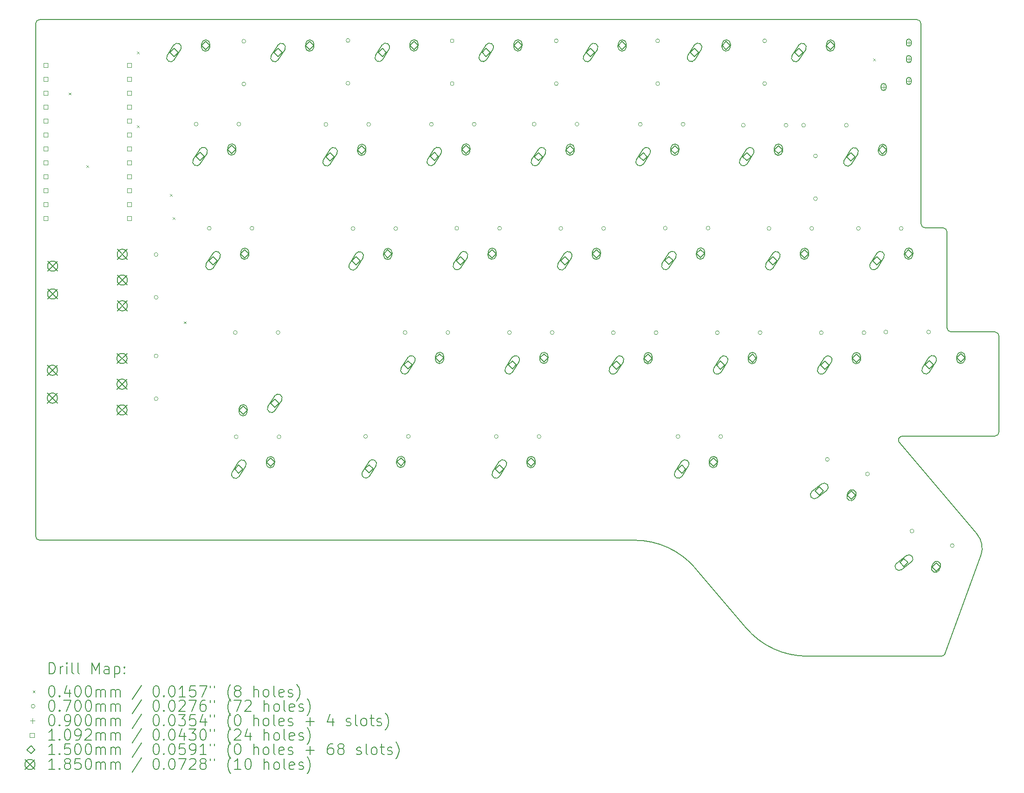
<source format=gbr>
%TF.GenerationSoftware,KiCad,Pcbnew,(6.0.10-0)*%
%TF.CreationDate,2022-12-25T19:18:43-08:00*%
%TF.ProjectId,left,6c656674-2e6b-4696-9361-645f70636258,rev?*%
%TF.SameCoordinates,Original*%
%TF.FileFunction,Drillmap*%
%TF.FilePolarity,Positive*%
%FSLAX45Y45*%
G04 Gerber Fmt 4.5, Leading zero omitted, Abs format (unit mm)*
G04 Created by KiCad (PCBNEW (6.0.10-0)) date 2022-12-25 19:18:43*
%MOMM*%
%LPD*%
G01*
G04 APERTURE LIST*
%ADD10C,0.200000*%
%ADD11C,0.040000*%
%ADD12C,0.070000*%
%ADD13C,0.090000*%
%ADD14C,0.109220*%
%ADD15C,0.150000*%
%ADD16C,0.185000*%
G04 APERTURE END LIST*
D10*
X21300000Y-10572000D02*
G75*
G03*
X21375000Y-10497000I0J75000D01*
G01*
X19615800Y-10572000D02*
G75*
G03*
X19558651Y-10695569I0J-75000D01*
G01*
X19615800Y-10572000D02*
X21300000Y-10572000D01*
X20323900Y-14587400D02*
G75*
G03*
X20394377Y-14538051I0J75000D01*
G01*
X20027500Y-6772000D02*
X20352500Y-6772000D01*
X14727400Y-12472000D02*
X3877500Y-12472000D01*
X16762977Y-14073343D02*
G75*
G03*
X17874500Y-14587410I1111523J944643D01*
G01*
X21044218Y-12752640D02*
G75*
G03*
X20973848Y-12360755I-372118J135440D01*
G01*
X20323900Y-14587400D02*
X17874500Y-14587410D01*
X19952500Y-3047000D02*
G75*
G03*
X19877500Y-2972000I-75000J0D01*
G01*
X3802500Y-12397000D02*
X3802500Y-3047000D01*
X16762977Y-14073343D02*
X15838923Y-12986057D01*
X21044218Y-12752640D02*
X20394377Y-14538051D01*
X20427500Y-8597000D02*
G75*
G03*
X20502500Y-8672000I75000J0D01*
G01*
X3877500Y-2972000D02*
G75*
G03*
X3802500Y-3047000I0J-75000D01*
G01*
X3802500Y-12397000D02*
G75*
G03*
X3877500Y-12472000I75000J0D01*
G01*
X20427500Y-6847000D02*
G75*
G03*
X20352500Y-6772000I-75000J0D01*
G01*
X20427500Y-6847000D02*
X20427500Y-8597000D01*
X19952500Y-3047000D02*
X19952500Y-6697000D01*
X19952500Y-6697000D02*
G75*
G03*
X20027500Y-6772000I75000J0D01*
G01*
X15838923Y-12986057D02*
G75*
G03*
X14727400Y-12471990I-1111523J-944643D01*
G01*
X21375000Y-8747000D02*
G75*
G03*
X21300000Y-8672000I-75000J0D01*
G01*
X20502500Y-8672000D02*
X21300000Y-8672000D01*
X19558651Y-10695569D02*
X20973848Y-12360755D01*
X3877500Y-2972000D02*
X19877500Y-2972000D01*
X21375000Y-10497000D02*
X21375000Y-8747000D01*
D11*
X4405000Y-4305000D02*
X4445000Y-4345000D01*
X4445000Y-4305000D02*
X4405000Y-4345000D01*
X4730000Y-5630000D02*
X4770000Y-5670000D01*
X4770000Y-5630000D02*
X4730000Y-5670000D01*
X5655000Y-3555000D02*
X5695000Y-3595000D01*
X5695000Y-3555000D02*
X5655000Y-3595000D01*
X5655000Y-4905000D02*
X5695000Y-4945000D01*
X5695000Y-4905000D02*
X5655000Y-4945000D01*
X6255000Y-6155000D02*
X6295000Y-6195000D01*
X6295000Y-6155000D02*
X6255000Y-6195000D01*
X6305000Y-6580000D02*
X6345000Y-6620000D01*
X6345000Y-6580000D02*
X6305000Y-6620000D01*
X6505000Y-8480000D02*
X6545000Y-8520000D01*
X6545000Y-8480000D02*
X6505000Y-8520000D01*
X19080000Y-3680000D02*
X19120000Y-3720000D01*
X19120000Y-3680000D02*
X19080000Y-3720000D01*
D12*
X6035000Y-7260000D02*
G75*
G03*
X6035000Y-7260000I-35000J0D01*
G01*
X6035000Y-8040000D02*
G75*
G03*
X6035000Y-8040000I-35000J0D01*
G01*
X6035000Y-9110000D02*
G75*
G03*
X6035000Y-9110000I-35000J0D01*
G01*
X6035000Y-9890000D02*
G75*
G03*
X6035000Y-9890000I-35000J0D01*
G01*
X6765000Y-4880000D02*
G75*
G03*
X6765000Y-4880000I-35000J0D01*
G01*
X7005000Y-6780000D02*
G75*
G03*
X7005000Y-6780000I-35000J0D01*
G01*
X7480000Y-8682500D02*
G75*
G03*
X7480000Y-8682500I-35000J0D01*
G01*
X7497500Y-10585000D02*
G75*
G03*
X7497500Y-10585000I-35000J0D01*
G01*
X7545000Y-4880000D02*
G75*
G03*
X7545000Y-4880000I-35000J0D01*
G01*
X7635000Y-3367500D02*
G75*
G03*
X7635000Y-3367500I-35000J0D01*
G01*
X7635000Y-4147500D02*
G75*
G03*
X7635000Y-4147500I-35000J0D01*
G01*
X7785000Y-6780000D02*
G75*
G03*
X7785000Y-6780000I-35000J0D01*
G01*
X8260000Y-8682500D02*
G75*
G03*
X8260000Y-8682500I-35000J0D01*
G01*
X8277500Y-10585000D02*
G75*
G03*
X8277500Y-10585000I-35000J0D01*
G01*
X9132500Y-4885000D02*
G75*
G03*
X9132500Y-4885000I-35000J0D01*
G01*
X9535000Y-3352500D02*
G75*
G03*
X9535000Y-3352500I-35000J0D01*
G01*
X9535000Y-4132500D02*
G75*
G03*
X9535000Y-4132500I-35000J0D01*
G01*
X9627500Y-6785000D02*
G75*
G03*
X9627500Y-6785000I-35000J0D01*
G01*
X9857500Y-10577500D02*
G75*
G03*
X9857500Y-10577500I-35000J0D01*
G01*
X9912500Y-4885000D02*
G75*
G03*
X9912500Y-4885000I-35000J0D01*
G01*
X10407500Y-6785000D02*
G75*
G03*
X10407500Y-6785000I-35000J0D01*
G01*
X10577500Y-8682500D02*
G75*
G03*
X10577500Y-8682500I-35000J0D01*
G01*
X10637500Y-10577500D02*
G75*
G03*
X10637500Y-10577500I-35000J0D01*
G01*
X11057500Y-4882500D02*
G75*
G03*
X11057500Y-4882500I-35000J0D01*
G01*
X11357500Y-8682500D02*
G75*
G03*
X11357500Y-8682500I-35000J0D01*
G01*
X11435000Y-3360000D02*
G75*
G03*
X11435000Y-3360000I-35000J0D01*
G01*
X11435000Y-4140000D02*
G75*
G03*
X11435000Y-4140000I-35000J0D01*
G01*
X11520000Y-6780000D02*
G75*
G03*
X11520000Y-6780000I-35000J0D01*
G01*
X11837500Y-4882500D02*
G75*
G03*
X11837500Y-4882500I-35000J0D01*
G01*
X12240000Y-10580000D02*
G75*
G03*
X12240000Y-10580000I-35000J0D01*
G01*
X12300000Y-6780000D02*
G75*
G03*
X12300000Y-6780000I-35000J0D01*
G01*
X12480000Y-8682500D02*
G75*
G03*
X12480000Y-8682500I-35000J0D01*
G01*
X12932500Y-4880000D02*
G75*
G03*
X12932500Y-4880000I-35000J0D01*
G01*
X13020000Y-10580000D02*
G75*
G03*
X13020000Y-10580000I-35000J0D01*
G01*
X13260000Y-8682500D02*
G75*
G03*
X13260000Y-8682500I-35000J0D01*
G01*
X13335000Y-3360000D02*
G75*
G03*
X13335000Y-3360000I-35000J0D01*
G01*
X13335000Y-4140000D02*
G75*
G03*
X13335000Y-4140000I-35000J0D01*
G01*
X13417500Y-6782500D02*
G75*
G03*
X13417500Y-6782500I-35000J0D01*
G01*
X13712500Y-4880000D02*
G75*
G03*
X13712500Y-4880000I-35000J0D01*
G01*
X14197500Y-6782500D02*
G75*
G03*
X14197500Y-6782500I-35000J0D01*
G01*
X14375000Y-8685000D02*
G75*
G03*
X14375000Y-8685000I-35000J0D01*
G01*
X14867500Y-4882500D02*
G75*
G03*
X14867500Y-4882500I-35000J0D01*
G01*
X15155000Y-8685000D02*
G75*
G03*
X15155000Y-8685000I-35000J0D01*
G01*
X15185000Y-3360000D02*
G75*
G03*
X15185000Y-3360000I-35000J0D01*
G01*
X15185000Y-4140000D02*
G75*
G03*
X15185000Y-4140000I-35000J0D01*
G01*
X15322500Y-6777500D02*
G75*
G03*
X15322500Y-6777500I-35000J0D01*
G01*
X15555000Y-10580000D02*
G75*
G03*
X15555000Y-10580000I-35000J0D01*
G01*
X15647500Y-4882500D02*
G75*
G03*
X15647500Y-4882500I-35000J0D01*
G01*
X16102500Y-6777500D02*
G75*
G03*
X16102500Y-6777500I-35000J0D01*
G01*
X16272500Y-8685000D02*
G75*
G03*
X16272500Y-8685000I-35000J0D01*
G01*
X16335000Y-10580000D02*
G75*
G03*
X16335000Y-10580000I-35000J0D01*
G01*
X16745000Y-4900000D02*
G75*
G03*
X16745000Y-4900000I-35000J0D01*
G01*
X17052500Y-8685000D02*
G75*
G03*
X17052500Y-8685000I-35000J0D01*
G01*
X17135000Y-3360000D02*
G75*
G03*
X17135000Y-3360000I-35000J0D01*
G01*
X17135000Y-4140000D02*
G75*
G03*
X17135000Y-4140000I-35000J0D01*
G01*
X17215000Y-6782500D02*
G75*
G03*
X17215000Y-6782500I-35000J0D01*
G01*
X17525000Y-4900000D02*
G75*
G03*
X17525000Y-4900000I-35000J0D01*
G01*
X17845000Y-4900000D02*
G75*
G03*
X17845000Y-4900000I-35000J0D01*
G01*
X17995000Y-6782500D02*
G75*
G03*
X17995000Y-6782500I-35000J0D01*
G01*
X18063000Y-5460000D02*
G75*
G03*
X18063000Y-5460000I-35000J0D01*
G01*
X18063000Y-6240000D02*
G75*
G03*
X18063000Y-6240000I-35000J0D01*
G01*
X18167500Y-8685000D02*
G75*
G03*
X18167500Y-8685000I-35000J0D01*
G01*
X18278520Y-10996612D02*
G75*
G03*
X18278520Y-10996612I-35000J0D01*
G01*
X18625000Y-4900000D02*
G75*
G03*
X18625000Y-4900000I-35000J0D01*
G01*
X18845000Y-6782500D02*
G75*
G03*
X18845000Y-6782500I-35000J0D01*
G01*
X18947500Y-8685000D02*
G75*
G03*
X18947500Y-8685000I-35000J0D01*
G01*
X19011480Y-11263388D02*
G75*
G03*
X19011480Y-11263388I-35000J0D01*
G01*
X19345000Y-8672500D02*
G75*
G03*
X19345000Y-8672500I-35000J0D01*
G01*
X19625000Y-6782500D02*
G75*
G03*
X19625000Y-6782500I-35000J0D01*
G01*
X19823520Y-12304112D02*
G75*
G03*
X19823520Y-12304112I-35000J0D01*
G01*
X20125000Y-8672500D02*
G75*
G03*
X20125000Y-8672500I-35000J0D01*
G01*
X20556480Y-12570888D02*
G75*
G03*
X20556480Y-12570888I-35000J0D01*
G01*
D13*
X19270000Y-4157750D02*
X19270000Y-4247750D01*
X19225000Y-4202750D02*
X19315000Y-4202750D01*
D10*
X19225000Y-4182750D02*
X19225000Y-4222750D01*
X19315000Y-4182750D02*
X19315000Y-4222750D01*
X19225000Y-4222750D02*
G75*
G03*
X19315000Y-4222750I45000J0D01*
G01*
X19315000Y-4182750D02*
G75*
G03*
X19225000Y-4182750I-45000J0D01*
G01*
D13*
X19730000Y-3347750D02*
X19730000Y-3437750D01*
X19685000Y-3392750D02*
X19775000Y-3392750D01*
D10*
X19685000Y-3372750D02*
X19685000Y-3412750D01*
X19775000Y-3372750D02*
X19775000Y-3412750D01*
X19685000Y-3412750D02*
G75*
G03*
X19775000Y-3412750I45000J0D01*
G01*
X19775000Y-3372750D02*
G75*
G03*
X19685000Y-3372750I-45000J0D01*
G01*
D13*
X19730000Y-3647750D02*
X19730000Y-3737750D01*
X19685000Y-3692750D02*
X19775000Y-3692750D01*
D10*
X19685000Y-3672750D02*
X19685000Y-3712750D01*
X19775000Y-3672750D02*
X19775000Y-3712750D01*
X19685000Y-3712750D02*
G75*
G03*
X19775000Y-3712750I45000J0D01*
G01*
X19775000Y-3672750D02*
G75*
G03*
X19685000Y-3672750I-45000J0D01*
G01*
D13*
X19730000Y-4047750D02*
X19730000Y-4137750D01*
X19685000Y-4092750D02*
X19775000Y-4092750D01*
D10*
X19685000Y-4072750D02*
X19685000Y-4112750D01*
X19775000Y-4072750D02*
X19775000Y-4112750D01*
X19685000Y-4112750D02*
G75*
G03*
X19775000Y-4112750I45000J0D01*
G01*
X19775000Y-4072750D02*
G75*
G03*
X19685000Y-4072750I-45000J0D01*
G01*
D14*
X4026615Y-3841615D02*
X4026615Y-3764384D01*
X3949384Y-3764384D01*
X3949384Y-3841615D01*
X4026615Y-3841615D01*
X4026615Y-4095615D02*
X4026615Y-4018384D01*
X3949384Y-4018384D01*
X3949384Y-4095615D01*
X4026615Y-4095615D01*
X4026615Y-4349616D02*
X4026615Y-4272385D01*
X3949384Y-4272385D01*
X3949384Y-4349616D01*
X4026615Y-4349616D01*
X4026615Y-4603616D02*
X4026615Y-4526385D01*
X3949384Y-4526385D01*
X3949384Y-4603616D01*
X4026615Y-4603616D01*
X4026615Y-4857616D02*
X4026615Y-4780385D01*
X3949384Y-4780385D01*
X3949384Y-4857616D01*
X4026615Y-4857616D01*
X4026615Y-5111616D02*
X4026615Y-5034385D01*
X3949384Y-5034385D01*
X3949384Y-5111616D01*
X4026615Y-5111616D01*
X4026615Y-5365616D02*
X4026615Y-5288385D01*
X3949384Y-5288385D01*
X3949384Y-5365616D01*
X4026615Y-5365616D01*
X4026615Y-5619615D02*
X4026615Y-5542385D01*
X3949384Y-5542385D01*
X3949384Y-5619615D01*
X4026615Y-5619615D01*
X4026615Y-5873615D02*
X4026615Y-5796384D01*
X3949384Y-5796384D01*
X3949384Y-5873615D01*
X4026615Y-5873615D01*
X4026615Y-6127615D02*
X4026615Y-6050384D01*
X3949384Y-6050384D01*
X3949384Y-6127615D01*
X4026615Y-6127615D01*
X4026615Y-6381615D02*
X4026615Y-6304384D01*
X3949384Y-6304384D01*
X3949384Y-6381615D01*
X4026615Y-6381615D01*
X4026615Y-6635615D02*
X4026615Y-6558384D01*
X3949384Y-6558384D01*
X3949384Y-6635615D01*
X4026615Y-6635615D01*
X5550616Y-3841615D02*
X5550616Y-3764384D01*
X5473385Y-3764384D01*
X5473385Y-3841615D01*
X5550616Y-3841615D01*
X5550616Y-4095615D02*
X5550616Y-4018384D01*
X5473385Y-4018384D01*
X5473385Y-4095615D01*
X5550616Y-4095615D01*
X5550616Y-4349616D02*
X5550616Y-4272385D01*
X5473385Y-4272385D01*
X5473385Y-4349616D01*
X5550616Y-4349616D01*
X5550616Y-4603616D02*
X5550616Y-4526385D01*
X5473385Y-4526385D01*
X5473385Y-4603616D01*
X5550616Y-4603616D01*
X5550616Y-4857616D02*
X5550616Y-4780385D01*
X5473385Y-4780385D01*
X5473385Y-4857616D01*
X5550616Y-4857616D01*
X5550616Y-5111616D02*
X5550616Y-5034385D01*
X5473385Y-5034385D01*
X5473385Y-5111616D01*
X5550616Y-5111616D01*
X5550616Y-5365616D02*
X5550616Y-5288385D01*
X5473385Y-5288385D01*
X5473385Y-5365616D01*
X5550616Y-5365616D01*
X5550616Y-5619615D02*
X5550616Y-5542385D01*
X5473385Y-5542385D01*
X5473385Y-5619615D01*
X5550616Y-5619615D01*
X5550616Y-5873615D02*
X5550616Y-5796384D01*
X5473385Y-5796384D01*
X5473385Y-5873615D01*
X5550616Y-5873615D01*
X5550616Y-6127615D02*
X5550616Y-6050384D01*
X5473385Y-6050384D01*
X5473385Y-6127615D01*
X5550616Y-6127615D01*
X5550616Y-6381615D02*
X5550616Y-6304384D01*
X5473385Y-6304384D01*
X5473385Y-6381615D01*
X5550616Y-6381615D01*
X5550616Y-6635615D02*
X5550616Y-6558384D01*
X5473385Y-6558384D01*
X5473385Y-6635615D01*
X5550616Y-6635615D01*
D15*
X6327000Y-3648000D02*
X6402000Y-3573000D01*
X6327000Y-3498000D01*
X6252000Y-3573000D01*
X6327000Y-3648000D01*
D10*
X6324192Y-3437821D02*
X6203299Y-3627584D01*
X6450701Y-3518416D02*
X6329808Y-3708179D01*
X6203299Y-3627584D02*
G75*
G03*
X6329808Y-3708179I63254J-40298D01*
G01*
X6450701Y-3518416D02*
G75*
G03*
X6324192Y-3437821I-63254J40298D01*
G01*
D15*
X6802000Y-5545500D02*
X6877000Y-5470500D01*
X6802000Y-5395500D01*
X6727000Y-5470500D01*
X6802000Y-5545500D01*
D10*
X6799192Y-5335321D02*
X6678299Y-5525084D01*
X6925701Y-5415916D02*
X6804808Y-5605679D01*
X6678299Y-5525084D02*
G75*
G03*
X6804808Y-5605679I63254J-40298D01*
G01*
X6925701Y-5415916D02*
G75*
G03*
X6799192Y-5335321I-63254J40298D01*
G01*
D15*
X6904500Y-3521000D02*
X6979500Y-3446000D01*
X6904500Y-3371000D01*
X6829500Y-3446000D01*
X6904500Y-3521000D01*
D10*
X6831646Y-3411966D02*
X6827701Y-3469832D01*
X6981299Y-3422168D02*
X6977354Y-3480034D01*
X6827701Y-3469832D02*
G75*
G03*
X6977354Y-3480034I74826J-5101D01*
G01*
X6981299Y-3422168D02*
G75*
G03*
X6831646Y-3411966I-74826J5101D01*
G01*
D15*
X7039500Y-7445500D02*
X7114500Y-7370500D01*
X7039500Y-7295500D01*
X6964500Y-7370500D01*
X7039500Y-7445500D01*
D10*
X7036692Y-7235321D02*
X6915799Y-7425084D01*
X7163201Y-7315916D02*
X7042308Y-7505679D01*
X6915799Y-7425084D02*
G75*
G03*
X7042308Y-7505679I63254J-40298D01*
G01*
X7163201Y-7315916D02*
G75*
G03*
X7036692Y-7235321I-63254J40298D01*
G01*
D15*
X7379500Y-5418500D02*
X7454500Y-5343500D01*
X7379500Y-5268500D01*
X7304500Y-5343500D01*
X7379500Y-5418500D01*
D10*
X7306646Y-5309466D02*
X7302701Y-5367332D01*
X7456299Y-5319668D02*
X7452354Y-5377534D01*
X7302701Y-5367332D02*
G75*
G03*
X7452354Y-5377534I74826J-5101D01*
G01*
X7456299Y-5319668D02*
G75*
G03*
X7306646Y-5309466I-74826J5101D01*
G01*
D15*
X7509500Y-11250500D02*
X7584500Y-11175500D01*
X7509500Y-11100500D01*
X7434500Y-11175500D01*
X7509500Y-11250500D01*
D10*
X7506692Y-11040321D02*
X7385799Y-11230084D01*
X7633201Y-11120916D02*
X7512308Y-11310679D01*
X7385799Y-11230084D02*
G75*
G03*
X7512308Y-11310679I63254J-40298D01*
G01*
X7633201Y-11120916D02*
G75*
G03*
X7506692Y-11040321I-63254J40298D01*
G01*
D15*
X7588000Y-10176500D02*
X7663000Y-10101500D01*
X7588000Y-10026500D01*
X7513000Y-10101500D01*
X7588000Y-10176500D01*
D10*
X7660854Y-10135534D02*
X7664799Y-10077668D01*
X7511201Y-10125332D02*
X7515146Y-10067466D01*
X7664799Y-10077668D02*
G75*
G03*
X7515146Y-10067466I-74826J5101D01*
G01*
X7511201Y-10125332D02*
G75*
G03*
X7660854Y-10135534I74826J-5101D01*
G01*
D15*
X7617000Y-7318500D02*
X7692000Y-7243500D01*
X7617000Y-7168500D01*
X7542000Y-7243500D01*
X7617000Y-7318500D01*
D10*
X7544146Y-7209466D02*
X7540201Y-7267332D01*
X7693799Y-7219668D02*
X7689854Y-7277534D01*
X7540201Y-7267332D02*
G75*
G03*
X7689854Y-7277534I74826J-5101D01*
G01*
X7693799Y-7219668D02*
G75*
G03*
X7544146Y-7209466I-74826J5101D01*
G01*
D15*
X8087000Y-11123500D02*
X8162000Y-11048500D01*
X8087000Y-10973500D01*
X8012000Y-11048500D01*
X8087000Y-11123500D01*
D10*
X8014146Y-11014466D02*
X8010201Y-11072332D01*
X8163799Y-11024668D02*
X8159854Y-11082534D01*
X8010201Y-11072332D02*
G75*
G03*
X8159854Y-11082534I74826J-5101D01*
G01*
X8163799Y-11024668D02*
G75*
G03*
X8014146Y-11014466I-74826J5101D01*
G01*
D15*
X8165500Y-10049500D02*
X8240500Y-9974500D01*
X8165500Y-9899500D01*
X8090500Y-9974500D01*
X8165500Y-10049500D01*
D10*
X8168308Y-10109679D02*
X8289201Y-9919916D01*
X8041799Y-10029084D02*
X8162692Y-9839321D01*
X8289201Y-9919916D02*
G75*
G03*
X8162692Y-9839321I-63254J40298D01*
G01*
X8041799Y-10029084D02*
G75*
G03*
X8168308Y-10109679I63254J-40298D01*
G01*
D15*
X8224500Y-3648000D02*
X8299500Y-3573000D01*
X8224500Y-3498000D01*
X8149500Y-3573000D01*
X8224500Y-3648000D01*
D10*
X8221692Y-3437821D02*
X8100799Y-3627584D01*
X8348201Y-3518416D02*
X8227308Y-3708179D01*
X8100799Y-3627584D02*
G75*
G03*
X8227308Y-3708179I63254J-40298D01*
G01*
X8348201Y-3518416D02*
G75*
G03*
X8221692Y-3437821I-63254J40298D01*
G01*
D15*
X8802000Y-3521000D02*
X8877000Y-3446000D01*
X8802000Y-3371000D01*
X8727000Y-3446000D01*
X8802000Y-3521000D01*
D10*
X8729146Y-3411966D02*
X8725201Y-3469832D01*
X8878799Y-3422168D02*
X8874854Y-3480034D01*
X8725201Y-3469832D02*
G75*
G03*
X8874854Y-3480034I74826J-5101D01*
G01*
X8878799Y-3422168D02*
G75*
G03*
X8729146Y-3411966I-74826J5101D01*
G01*
D15*
X9174500Y-5550500D02*
X9249500Y-5475500D01*
X9174500Y-5400500D01*
X9099500Y-5475500D01*
X9174500Y-5550500D01*
D10*
X9171692Y-5340321D02*
X9050799Y-5530084D01*
X9298201Y-5420916D02*
X9177308Y-5610679D01*
X9050799Y-5530084D02*
G75*
G03*
X9177308Y-5610679I63254J-40298D01*
G01*
X9298201Y-5420916D02*
G75*
G03*
X9171692Y-5340321I-63254J40298D01*
G01*
D15*
X9649500Y-7450500D02*
X9724500Y-7375500D01*
X9649500Y-7300500D01*
X9574500Y-7375500D01*
X9649500Y-7450500D01*
D10*
X9646692Y-7240321D02*
X9525799Y-7430084D01*
X9773201Y-7320916D02*
X9652308Y-7510679D01*
X9525799Y-7430084D02*
G75*
G03*
X9652308Y-7510679I63254J-40298D01*
G01*
X9773201Y-7320916D02*
G75*
G03*
X9646692Y-7240321I-63254J40298D01*
G01*
D15*
X9752000Y-5423500D02*
X9827000Y-5348500D01*
X9752000Y-5273500D01*
X9677000Y-5348500D01*
X9752000Y-5423500D01*
D10*
X9679146Y-5314466D02*
X9675201Y-5372332D01*
X9828799Y-5324668D02*
X9824854Y-5382534D01*
X9675201Y-5372332D02*
G75*
G03*
X9824854Y-5382534I74826J-5101D01*
G01*
X9828799Y-5324668D02*
G75*
G03*
X9679146Y-5314466I-74826J5101D01*
G01*
D15*
X9887000Y-11245500D02*
X9962000Y-11170500D01*
X9887000Y-11095500D01*
X9812000Y-11170500D01*
X9887000Y-11245500D01*
D10*
X9884192Y-11035321D02*
X9763299Y-11225084D01*
X10010701Y-11115916D02*
X9889808Y-11305679D01*
X9763299Y-11225084D02*
G75*
G03*
X9889808Y-11305679I63254J-40298D01*
G01*
X10010701Y-11115916D02*
G75*
G03*
X9884192Y-11035321I-63254J40298D01*
G01*
D15*
X10127000Y-3645500D02*
X10202000Y-3570500D01*
X10127000Y-3495500D01*
X10052000Y-3570500D01*
X10127000Y-3645500D01*
D10*
X10124192Y-3435321D02*
X10003299Y-3625084D01*
X10250701Y-3515916D02*
X10129808Y-3705679D01*
X10003299Y-3625084D02*
G75*
G03*
X10129808Y-3705679I63254J-40298D01*
G01*
X10250701Y-3515916D02*
G75*
G03*
X10124192Y-3435321I-63254J40298D01*
G01*
D15*
X10227000Y-7323500D02*
X10302000Y-7248500D01*
X10227000Y-7173500D01*
X10152000Y-7248500D01*
X10227000Y-7323500D01*
D10*
X10154146Y-7214466D02*
X10150201Y-7272332D01*
X10303799Y-7224668D02*
X10299854Y-7282534D01*
X10150201Y-7272332D02*
G75*
G03*
X10299854Y-7282534I74826J-5101D01*
G01*
X10303799Y-7224668D02*
G75*
G03*
X10154146Y-7214466I-74826J5101D01*
G01*
D15*
X10464500Y-11118500D02*
X10539500Y-11043500D01*
X10464500Y-10968500D01*
X10389500Y-11043500D01*
X10464500Y-11118500D01*
D10*
X10391646Y-11009466D02*
X10387701Y-11067332D01*
X10541299Y-11019668D02*
X10537354Y-11077534D01*
X10387701Y-11067332D02*
G75*
G03*
X10537354Y-11077534I74826J-5101D01*
G01*
X10541299Y-11019668D02*
G75*
G03*
X10391646Y-11009466I-74826J5101D01*
G01*
D15*
X10594500Y-9348000D02*
X10669500Y-9273000D01*
X10594500Y-9198000D01*
X10519500Y-9273000D01*
X10594500Y-9348000D01*
D10*
X10591692Y-9137821D02*
X10470799Y-9327584D01*
X10718201Y-9218416D02*
X10597308Y-9408179D01*
X10470799Y-9327584D02*
G75*
G03*
X10597308Y-9408179I63254J-40298D01*
G01*
X10718201Y-9218416D02*
G75*
G03*
X10591692Y-9137821I-63254J40298D01*
G01*
D15*
X10704500Y-3518500D02*
X10779500Y-3443500D01*
X10704500Y-3368500D01*
X10629500Y-3443500D01*
X10704500Y-3518500D01*
D10*
X10631646Y-3409466D02*
X10627701Y-3467332D01*
X10781299Y-3419668D02*
X10777354Y-3477534D01*
X10627701Y-3467332D02*
G75*
G03*
X10777354Y-3477534I74826J-5101D01*
G01*
X10781299Y-3419668D02*
G75*
G03*
X10631646Y-3409466I-74826J5101D01*
G01*
D15*
X11074500Y-5545500D02*
X11149500Y-5470500D01*
X11074500Y-5395500D01*
X10999500Y-5470500D01*
X11074500Y-5545500D01*
D10*
X11071692Y-5335321D02*
X10950799Y-5525084D01*
X11198201Y-5415916D02*
X11077308Y-5605679D01*
X10950799Y-5525084D02*
G75*
G03*
X11077308Y-5605679I63254J-40298D01*
G01*
X11198201Y-5415916D02*
G75*
G03*
X11071692Y-5335321I-63254J40298D01*
G01*
D15*
X11172000Y-9221000D02*
X11247000Y-9146000D01*
X11172000Y-9071000D01*
X11097000Y-9146000D01*
X11172000Y-9221000D01*
D10*
X11099146Y-9111966D02*
X11095201Y-9169832D01*
X11248799Y-9122168D02*
X11244854Y-9180034D01*
X11095201Y-9169832D02*
G75*
G03*
X11244854Y-9180034I74826J-5101D01*
G01*
X11248799Y-9122168D02*
G75*
G03*
X11099146Y-9111966I-74826J5101D01*
G01*
D15*
X11552000Y-7445500D02*
X11627000Y-7370500D01*
X11552000Y-7295500D01*
X11477000Y-7370500D01*
X11552000Y-7445500D01*
D10*
X11549192Y-7235321D02*
X11428299Y-7425084D01*
X11675701Y-7315916D02*
X11554808Y-7505679D01*
X11428299Y-7425084D02*
G75*
G03*
X11554808Y-7505679I63254J-40298D01*
G01*
X11675701Y-7315916D02*
G75*
G03*
X11549192Y-7235321I-63254J40298D01*
G01*
D15*
X11652000Y-5418500D02*
X11727000Y-5343500D01*
X11652000Y-5268500D01*
X11577000Y-5343500D01*
X11652000Y-5418500D01*
D10*
X11579146Y-5309466D02*
X11575201Y-5367332D01*
X11728799Y-5319668D02*
X11724854Y-5377534D01*
X11575201Y-5367332D02*
G75*
G03*
X11724854Y-5377534I74826J-5101D01*
G01*
X11728799Y-5319668D02*
G75*
G03*
X11579146Y-5309466I-74826J5101D01*
G01*
D15*
X12022000Y-3645500D02*
X12097000Y-3570500D01*
X12022000Y-3495500D01*
X11947000Y-3570500D01*
X12022000Y-3645500D01*
D10*
X12019192Y-3435321D02*
X11898299Y-3625084D01*
X12145701Y-3515916D02*
X12024808Y-3705679D01*
X11898299Y-3625084D02*
G75*
G03*
X12024808Y-3705679I63254J-40298D01*
G01*
X12145701Y-3515916D02*
G75*
G03*
X12019192Y-3435321I-63254J40298D01*
G01*
D15*
X12129500Y-7318500D02*
X12204500Y-7243500D01*
X12129500Y-7168500D01*
X12054500Y-7243500D01*
X12129500Y-7318500D01*
D10*
X12056646Y-7209466D02*
X12052701Y-7267332D01*
X12206299Y-7219668D02*
X12202354Y-7277534D01*
X12052701Y-7267332D02*
G75*
G03*
X12202354Y-7277534I74826J-5101D01*
G01*
X12206299Y-7219668D02*
G75*
G03*
X12056646Y-7209466I-74826J5101D01*
G01*
D15*
X12262000Y-11248000D02*
X12337000Y-11173000D01*
X12262000Y-11098000D01*
X12187000Y-11173000D01*
X12262000Y-11248000D01*
D10*
X12259192Y-11037821D02*
X12138299Y-11227584D01*
X12385701Y-11118416D02*
X12264808Y-11308179D01*
X12138299Y-11227584D02*
G75*
G03*
X12264808Y-11308179I63254J-40298D01*
G01*
X12385701Y-11118416D02*
G75*
G03*
X12259192Y-11037821I-63254J40298D01*
G01*
D15*
X12497000Y-9348000D02*
X12572000Y-9273000D01*
X12497000Y-9198000D01*
X12422000Y-9273000D01*
X12497000Y-9348000D01*
D10*
X12494192Y-9137821D02*
X12373299Y-9327584D01*
X12620701Y-9218416D02*
X12499808Y-9408179D01*
X12373299Y-9327584D02*
G75*
G03*
X12499808Y-9408179I63254J-40298D01*
G01*
X12620701Y-9218416D02*
G75*
G03*
X12494192Y-9137821I-63254J40298D01*
G01*
D15*
X12599500Y-3518500D02*
X12674500Y-3443500D01*
X12599500Y-3368500D01*
X12524500Y-3443500D01*
X12599500Y-3518500D01*
D10*
X12526646Y-3409466D02*
X12522701Y-3467332D01*
X12676299Y-3419668D02*
X12672354Y-3477534D01*
X12522701Y-3467332D02*
G75*
G03*
X12672354Y-3477534I74826J-5101D01*
G01*
X12676299Y-3419668D02*
G75*
G03*
X12526646Y-3409466I-74826J5101D01*
G01*
D15*
X12839500Y-11121000D02*
X12914500Y-11046000D01*
X12839500Y-10971000D01*
X12764500Y-11046000D01*
X12839500Y-11121000D01*
D10*
X12766646Y-11011966D02*
X12762701Y-11069832D01*
X12916299Y-11022168D02*
X12912354Y-11080034D01*
X12762701Y-11069832D02*
G75*
G03*
X12912354Y-11080034I74826J-5101D01*
G01*
X12916299Y-11022168D02*
G75*
G03*
X12766646Y-11011966I-74826J5101D01*
G01*
D15*
X12974500Y-5548000D02*
X13049500Y-5473000D01*
X12974500Y-5398000D01*
X12899500Y-5473000D01*
X12974500Y-5548000D01*
D10*
X12971692Y-5337821D02*
X12850799Y-5527584D01*
X13098201Y-5418416D02*
X12977308Y-5608179D01*
X12850799Y-5527584D02*
G75*
G03*
X12977308Y-5608179I63254J-40298D01*
G01*
X13098201Y-5418416D02*
G75*
G03*
X12971692Y-5337821I-63254J40298D01*
G01*
D15*
X13074500Y-9221000D02*
X13149500Y-9146000D01*
X13074500Y-9071000D01*
X12999500Y-9146000D01*
X13074500Y-9221000D01*
D10*
X13001646Y-9111966D02*
X12997701Y-9169832D01*
X13151299Y-9122168D02*
X13147354Y-9180034D01*
X12997701Y-9169832D02*
G75*
G03*
X13147354Y-9180034I74826J-5101D01*
G01*
X13151299Y-9122168D02*
G75*
G03*
X13001646Y-9111966I-74826J5101D01*
G01*
D15*
X13454500Y-7448000D02*
X13529500Y-7373000D01*
X13454500Y-7298000D01*
X13379500Y-7373000D01*
X13454500Y-7448000D01*
D10*
X13451692Y-7237821D02*
X13330799Y-7427584D01*
X13578201Y-7318416D02*
X13457308Y-7508179D01*
X13330799Y-7427584D02*
G75*
G03*
X13457308Y-7508179I63254J-40298D01*
G01*
X13578201Y-7318416D02*
G75*
G03*
X13451692Y-7237821I-63254J40298D01*
G01*
D15*
X13552000Y-5421000D02*
X13627000Y-5346000D01*
X13552000Y-5271000D01*
X13477000Y-5346000D01*
X13552000Y-5421000D01*
D10*
X13479146Y-5311966D02*
X13475201Y-5369832D01*
X13628799Y-5322168D02*
X13624854Y-5380034D01*
X13475201Y-5369832D02*
G75*
G03*
X13624854Y-5380034I74826J-5101D01*
G01*
X13628799Y-5322168D02*
G75*
G03*
X13479146Y-5311966I-74826J5101D01*
G01*
D15*
X13924500Y-3648000D02*
X13999500Y-3573000D01*
X13924500Y-3498000D01*
X13849500Y-3573000D01*
X13924500Y-3648000D01*
D10*
X13921692Y-3437821D02*
X13800799Y-3627584D01*
X14048201Y-3518416D02*
X13927308Y-3708179D01*
X13800799Y-3627584D02*
G75*
G03*
X13927308Y-3708179I63254J-40298D01*
G01*
X14048201Y-3518416D02*
G75*
G03*
X13921692Y-3437821I-63254J40298D01*
G01*
D15*
X14032000Y-7321000D02*
X14107000Y-7246000D01*
X14032000Y-7171000D01*
X13957000Y-7246000D01*
X14032000Y-7321000D01*
D10*
X13959146Y-7211966D02*
X13955201Y-7269832D01*
X14108799Y-7222168D02*
X14104854Y-7280034D01*
X13955201Y-7269832D02*
G75*
G03*
X14104854Y-7280034I74826J-5101D01*
G01*
X14108799Y-7222168D02*
G75*
G03*
X13959146Y-7211966I-74826J5101D01*
G01*
D15*
X14397000Y-9350500D02*
X14472000Y-9275500D01*
X14397000Y-9200500D01*
X14322000Y-9275500D01*
X14397000Y-9350500D01*
D10*
X14394192Y-9140321D02*
X14273299Y-9330084D01*
X14520701Y-9220916D02*
X14399808Y-9410679D01*
X14273299Y-9330084D02*
G75*
G03*
X14399808Y-9410679I63254J-40298D01*
G01*
X14520701Y-9220916D02*
G75*
G03*
X14394192Y-9140321I-63254J40298D01*
G01*
D15*
X14502000Y-3521000D02*
X14577000Y-3446000D01*
X14502000Y-3371000D01*
X14427000Y-3446000D01*
X14502000Y-3521000D01*
D10*
X14429146Y-3411966D02*
X14425201Y-3469832D01*
X14578799Y-3422168D02*
X14574854Y-3480034D01*
X14425201Y-3469832D02*
G75*
G03*
X14574854Y-3480034I74826J-5101D01*
G01*
X14578799Y-3422168D02*
G75*
G03*
X14429146Y-3411966I-74826J5101D01*
G01*
D15*
X14884500Y-5548000D02*
X14959500Y-5473000D01*
X14884500Y-5398000D01*
X14809500Y-5473000D01*
X14884500Y-5548000D01*
D10*
X14881692Y-5337821D02*
X14760799Y-5527584D01*
X15008201Y-5418416D02*
X14887308Y-5608179D01*
X14760799Y-5527584D02*
G75*
G03*
X14887308Y-5608179I63254J-40298D01*
G01*
X15008201Y-5418416D02*
G75*
G03*
X14881692Y-5337821I-63254J40298D01*
G01*
D15*
X14974500Y-9223500D02*
X15049500Y-9148500D01*
X14974500Y-9073500D01*
X14899500Y-9148500D01*
X14974500Y-9223500D01*
D10*
X14901646Y-9114466D02*
X14897701Y-9172332D01*
X15051299Y-9124668D02*
X15047354Y-9182534D01*
X14897701Y-9172332D02*
G75*
G03*
X15047354Y-9182534I74826J-5101D01*
G01*
X15051299Y-9124668D02*
G75*
G03*
X14901646Y-9114466I-74826J5101D01*
G01*
D15*
X15354500Y-7443000D02*
X15429500Y-7368000D01*
X15354500Y-7293000D01*
X15279500Y-7368000D01*
X15354500Y-7443000D01*
D10*
X15351692Y-7232821D02*
X15230799Y-7422584D01*
X15478201Y-7313416D02*
X15357308Y-7503179D01*
X15230799Y-7422584D02*
G75*
G03*
X15357308Y-7503179I63254J-40298D01*
G01*
X15478201Y-7313416D02*
G75*
G03*
X15351692Y-7232821I-63254J40298D01*
G01*
D15*
X15462000Y-5421000D02*
X15537000Y-5346000D01*
X15462000Y-5271000D01*
X15387000Y-5346000D01*
X15462000Y-5421000D01*
D10*
X15389146Y-5311966D02*
X15385201Y-5369832D01*
X15538799Y-5322168D02*
X15534854Y-5380034D01*
X15385201Y-5369832D02*
G75*
G03*
X15534854Y-5380034I74826J-5101D01*
G01*
X15538799Y-5322168D02*
G75*
G03*
X15389146Y-5311966I-74826J5101D01*
G01*
D15*
X15587000Y-11248000D02*
X15662000Y-11173000D01*
X15587000Y-11098000D01*
X15512000Y-11173000D01*
X15587000Y-11248000D01*
D10*
X15584192Y-11037821D02*
X15463299Y-11227584D01*
X15710701Y-11118416D02*
X15589808Y-11308179D01*
X15463299Y-11227584D02*
G75*
G03*
X15589808Y-11308179I63254J-40298D01*
G01*
X15710701Y-11118416D02*
G75*
G03*
X15584192Y-11037821I-63254J40298D01*
G01*
D15*
X15822000Y-3645500D02*
X15897000Y-3570500D01*
X15822000Y-3495500D01*
X15747000Y-3570500D01*
X15822000Y-3645500D01*
D10*
X15819192Y-3435321D02*
X15698299Y-3625084D01*
X15945701Y-3515916D02*
X15824808Y-3705679D01*
X15698299Y-3625084D02*
G75*
G03*
X15824808Y-3705679I63254J-40298D01*
G01*
X15945701Y-3515916D02*
G75*
G03*
X15819192Y-3435321I-63254J40298D01*
G01*
D15*
X15932000Y-7316000D02*
X16007000Y-7241000D01*
X15932000Y-7166000D01*
X15857000Y-7241000D01*
X15932000Y-7316000D01*
D10*
X15859146Y-7206966D02*
X15855201Y-7264832D01*
X16008799Y-7217168D02*
X16004854Y-7275034D01*
X15855201Y-7264832D02*
G75*
G03*
X16004854Y-7275034I74826J-5101D01*
G01*
X16008799Y-7217168D02*
G75*
G03*
X15859146Y-7206966I-74826J5101D01*
G01*
D15*
X16164500Y-11121000D02*
X16239500Y-11046000D01*
X16164500Y-10971000D01*
X16089500Y-11046000D01*
X16164500Y-11121000D01*
D10*
X16091646Y-11011966D02*
X16087701Y-11069832D01*
X16241299Y-11022168D02*
X16237354Y-11080034D01*
X16087701Y-11069832D02*
G75*
G03*
X16237354Y-11080034I74826J-5101D01*
G01*
X16241299Y-11022168D02*
G75*
G03*
X16091646Y-11011966I-74826J5101D01*
G01*
D15*
X16297000Y-9350500D02*
X16372000Y-9275500D01*
X16297000Y-9200500D01*
X16222000Y-9275500D01*
X16297000Y-9350500D01*
D10*
X16294192Y-9140321D02*
X16173299Y-9330084D01*
X16420701Y-9220916D02*
X16299808Y-9410679D01*
X16173299Y-9330084D02*
G75*
G03*
X16299808Y-9410679I63254J-40298D01*
G01*
X16420701Y-9220916D02*
G75*
G03*
X16294192Y-9140321I-63254J40298D01*
G01*
D15*
X16399500Y-3518500D02*
X16474500Y-3443500D01*
X16399500Y-3368500D01*
X16324500Y-3443500D01*
X16399500Y-3518500D01*
D10*
X16326646Y-3409466D02*
X16322701Y-3467332D01*
X16476299Y-3419668D02*
X16472354Y-3477534D01*
X16322701Y-3467332D02*
G75*
G03*
X16472354Y-3477534I74826J-5101D01*
G01*
X16476299Y-3419668D02*
G75*
G03*
X16326646Y-3409466I-74826J5101D01*
G01*
D15*
X16774500Y-5548000D02*
X16849500Y-5473000D01*
X16774500Y-5398000D01*
X16699500Y-5473000D01*
X16774500Y-5548000D01*
D10*
X16771692Y-5337821D02*
X16650799Y-5527584D01*
X16898201Y-5418416D02*
X16777308Y-5608179D01*
X16650799Y-5527584D02*
G75*
G03*
X16777308Y-5608179I63254J-40298D01*
G01*
X16898201Y-5418416D02*
G75*
G03*
X16771692Y-5337821I-63254J40298D01*
G01*
D15*
X16874500Y-9223500D02*
X16949500Y-9148500D01*
X16874500Y-9073500D01*
X16799500Y-9148500D01*
X16874500Y-9223500D01*
D10*
X16801646Y-9114466D02*
X16797701Y-9172332D01*
X16951299Y-9124668D02*
X16947354Y-9182534D01*
X16797701Y-9172332D02*
G75*
G03*
X16947354Y-9182534I74826J-5101D01*
G01*
X16951299Y-9124668D02*
G75*
G03*
X16801646Y-9114466I-74826J5101D01*
G01*
D15*
X17249500Y-7448000D02*
X17324500Y-7373000D01*
X17249500Y-7298000D01*
X17174500Y-7373000D01*
X17249500Y-7448000D01*
D10*
X17246692Y-7237821D02*
X17125799Y-7427584D01*
X17373201Y-7318416D02*
X17252308Y-7508179D01*
X17125799Y-7427584D02*
G75*
G03*
X17252308Y-7508179I63254J-40298D01*
G01*
X17373201Y-7318416D02*
G75*
G03*
X17246692Y-7237821I-63254J40298D01*
G01*
D15*
X17352000Y-5421000D02*
X17427000Y-5346000D01*
X17352000Y-5271000D01*
X17277000Y-5346000D01*
X17352000Y-5421000D01*
D10*
X17279146Y-5311966D02*
X17275201Y-5369832D01*
X17428799Y-5322168D02*
X17424854Y-5380034D01*
X17275201Y-5369832D02*
G75*
G03*
X17424854Y-5380034I74826J-5101D01*
G01*
X17428799Y-5322168D02*
G75*
G03*
X17279146Y-5311966I-74826J5101D01*
G01*
D15*
X17724500Y-3648000D02*
X17799500Y-3573000D01*
X17724500Y-3498000D01*
X17649500Y-3573000D01*
X17724500Y-3648000D01*
D10*
X17721692Y-3437821D02*
X17600799Y-3627584D01*
X17848201Y-3518416D02*
X17727308Y-3708179D01*
X17600799Y-3627584D02*
G75*
G03*
X17727308Y-3708179I63254J-40298D01*
G01*
X17848201Y-3518416D02*
G75*
G03*
X17721692Y-3437821I-63254J40298D01*
G01*
D15*
X17827000Y-7321000D02*
X17902000Y-7246000D01*
X17827000Y-7171000D01*
X17752000Y-7246000D01*
X17827000Y-7321000D01*
D10*
X17754146Y-7211966D02*
X17750201Y-7269832D01*
X17903799Y-7222168D02*
X17899854Y-7280034D01*
X17750201Y-7269832D02*
G75*
G03*
X17899854Y-7280034I74826J-5101D01*
G01*
X17903799Y-7222168D02*
G75*
G03*
X17754146Y-7211966I-74826J5101D01*
G01*
D15*
X18097021Y-11647901D02*
X18172021Y-11572901D01*
X18097021Y-11497901D01*
X18022021Y-11572901D01*
X18097021Y-11647901D01*
D10*
X18140616Y-11444913D02*
X17962112Y-11581885D01*
X18231931Y-11563916D02*
X18053426Y-11700888D01*
X17962112Y-11581885D02*
G75*
G03*
X18053426Y-11700888I45657J-59502D01*
G01*
X18231931Y-11563916D02*
G75*
G03*
X18140616Y-11444913I-45657J59502D01*
G01*
D15*
X18197000Y-9350500D02*
X18272000Y-9275500D01*
X18197000Y-9200500D01*
X18122000Y-9275500D01*
X18197000Y-9350500D01*
D10*
X18194192Y-9140321D02*
X18073299Y-9330084D01*
X18320701Y-9220916D02*
X18199808Y-9410679D01*
X18073299Y-9330084D02*
G75*
G03*
X18199808Y-9410679I63254J-40298D01*
G01*
X18320701Y-9220916D02*
G75*
G03*
X18194192Y-9140321I-63254J40298D01*
G01*
D15*
X18302000Y-3521000D02*
X18377000Y-3446000D01*
X18302000Y-3371000D01*
X18227000Y-3446000D01*
X18302000Y-3521000D01*
D10*
X18229146Y-3411966D02*
X18225201Y-3469832D01*
X18378799Y-3422168D02*
X18374854Y-3480034D01*
X18225201Y-3469832D02*
G75*
G03*
X18374854Y-3480034I74826J-5101D01*
G01*
X18378799Y-3422168D02*
G75*
G03*
X18229146Y-3411966I-74826J5101D01*
G01*
D15*
X18674500Y-5553000D02*
X18749500Y-5478000D01*
X18674500Y-5403000D01*
X18599500Y-5478000D01*
X18674500Y-5553000D01*
D10*
X18671692Y-5342821D02*
X18550799Y-5532584D01*
X18798201Y-5423416D02*
X18677308Y-5613179D01*
X18550799Y-5532584D02*
G75*
G03*
X18677308Y-5613179I63254J-40298D01*
G01*
X18798201Y-5423416D02*
G75*
G03*
X18671692Y-5342821I-63254J40298D01*
G01*
D15*
X18683130Y-11726076D02*
X18758130Y-11651076D01*
X18683130Y-11576076D01*
X18608130Y-11651076D01*
X18683130Y-11726076D01*
D10*
X18626310Y-11594177D02*
X18602812Y-11647204D01*
X18763448Y-11654949D02*
X18739950Y-11707975D01*
X18602812Y-11647204D02*
G75*
G03*
X18739950Y-11707975I68569J-30386D01*
G01*
X18763448Y-11654948D02*
G75*
G03*
X18626310Y-11594177I-68569J30386D01*
G01*
D15*
X18774500Y-9223500D02*
X18849500Y-9148500D01*
X18774500Y-9073500D01*
X18699500Y-9148500D01*
X18774500Y-9223500D01*
D10*
X18701646Y-9114466D02*
X18697701Y-9172332D01*
X18851299Y-9124668D02*
X18847354Y-9182534D01*
X18697701Y-9172332D02*
G75*
G03*
X18847354Y-9182534I74826J-5101D01*
G01*
X18851299Y-9124668D02*
G75*
G03*
X18701646Y-9114466I-74826J5101D01*
G01*
D15*
X19149500Y-7445500D02*
X19224500Y-7370500D01*
X19149500Y-7295500D01*
X19074500Y-7370500D01*
X19149500Y-7445500D01*
D10*
X19146692Y-7235321D02*
X19025799Y-7425084D01*
X19273201Y-7315916D02*
X19152308Y-7505679D01*
X19025799Y-7425084D02*
G75*
G03*
X19152308Y-7505679I63254J-40298D01*
G01*
X19273201Y-7315916D02*
G75*
G03*
X19146692Y-7235321I-63254J40298D01*
G01*
D15*
X19252000Y-5426000D02*
X19327000Y-5351000D01*
X19252000Y-5276000D01*
X19177000Y-5351000D01*
X19252000Y-5426000D01*
D10*
X19179146Y-5316966D02*
X19175201Y-5374832D01*
X19328799Y-5327168D02*
X19324854Y-5385034D01*
X19175201Y-5374832D02*
G75*
G03*
X19324854Y-5385034I74826J-5101D01*
G01*
X19328799Y-5327168D02*
G75*
G03*
X19179146Y-5316966I-74826J5101D01*
G01*
D15*
X19642021Y-12955401D02*
X19717021Y-12880401D01*
X19642021Y-12805401D01*
X19567021Y-12880401D01*
X19642021Y-12955401D01*
D10*
X19685616Y-12752413D02*
X19507112Y-12889385D01*
X19776931Y-12871416D02*
X19598426Y-13008388D01*
X19507112Y-12889385D02*
G75*
G03*
X19598426Y-13008388I45657J-59502D01*
G01*
X19776931Y-12871416D02*
G75*
G03*
X19685616Y-12752413I-45657J59502D01*
G01*
D15*
X19727000Y-7318500D02*
X19802000Y-7243500D01*
X19727000Y-7168500D01*
X19652000Y-7243500D01*
X19727000Y-7318500D01*
D10*
X19654146Y-7209466D02*
X19650201Y-7267332D01*
X19803799Y-7219668D02*
X19799854Y-7277534D01*
X19650201Y-7267332D02*
G75*
G03*
X19799854Y-7277534I74826J-5101D01*
G01*
X19803799Y-7219668D02*
G75*
G03*
X19654146Y-7209466I-74826J5101D01*
G01*
D15*
X20102000Y-9345500D02*
X20177000Y-9270500D01*
X20102000Y-9195500D01*
X20027000Y-9270500D01*
X20102000Y-9345500D01*
D10*
X20099192Y-9135321D02*
X19978299Y-9325084D01*
X20225701Y-9215916D02*
X20104808Y-9405679D01*
X19978299Y-9325084D02*
G75*
G03*
X20104808Y-9405679I63254J-40298D01*
G01*
X20225701Y-9215916D02*
G75*
G03*
X20099192Y-9135321I-63254J40298D01*
G01*
D15*
X20228130Y-13033576D02*
X20303130Y-12958576D01*
X20228130Y-12883576D01*
X20153130Y-12958576D01*
X20228130Y-13033576D01*
D10*
X20171310Y-12901677D02*
X20147812Y-12954704D01*
X20308448Y-12962449D02*
X20284950Y-13015475D01*
X20147812Y-12954704D02*
G75*
G03*
X20284950Y-13015475I68569J-30386D01*
G01*
X20308448Y-12962448D02*
G75*
G03*
X20171310Y-12901677I-68569J30386D01*
G01*
D15*
X20679500Y-9218500D02*
X20754500Y-9143500D01*
X20679500Y-9068500D01*
X20604500Y-9143500D01*
X20679500Y-9218500D01*
D10*
X20606646Y-9109466D02*
X20602701Y-9167332D01*
X20756299Y-9119668D02*
X20752354Y-9177534D01*
X20602701Y-9167332D02*
G75*
G03*
X20752354Y-9177534I74826J-5101D01*
G01*
X20756299Y-9119668D02*
G75*
G03*
X20606646Y-9109466I-74826J5101D01*
G01*
D16*
X4016125Y-9278500D02*
X4201125Y-9463500D01*
X4201125Y-9278500D02*
X4016125Y-9463500D01*
X4201125Y-9371000D02*
G75*
G03*
X4201125Y-9371000I-92500J0D01*
G01*
X4016125Y-9786500D02*
X4201125Y-9971500D01*
X4201125Y-9786500D02*
X4016125Y-9971500D01*
X4201125Y-9879000D02*
G75*
G03*
X4201125Y-9879000I-92500J0D01*
G01*
X4021500Y-7378500D02*
X4206500Y-7563500D01*
X4206500Y-7378500D02*
X4021500Y-7563500D01*
X4206500Y-7471000D02*
G75*
G03*
X4206500Y-7471000I-92500J0D01*
G01*
X4021500Y-7886500D02*
X4206500Y-8071500D01*
X4206500Y-7886500D02*
X4021500Y-8071500D01*
X4206500Y-7979000D02*
G75*
G03*
X4206500Y-7979000I-92500J0D01*
G01*
X5286125Y-9062500D02*
X5471125Y-9247500D01*
X5471125Y-9062500D02*
X5286125Y-9247500D01*
X5471125Y-9155000D02*
G75*
G03*
X5471125Y-9155000I-92500J0D01*
G01*
X5286125Y-9532500D02*
X5471125Y-9717500D01*
X5471125Y-9532500D02*
X5286125Y-9717500D01*
X5471125Y-9625000D02*
G75*
G03*
X5471125Y-9625000I-92500J0D01*
G01*
X5286125Y-10002500D02*
X5471125Y-10187500D01*
X5471125Y-10002500D02*
X5286125Y-10187500D01*
X5471125Y-10095000D02*
G75*
G03*
X5471125Y-10095000I-92500J0D01*
G01*
X5291500Y-7162500D02*
X5476500Y-7347500D01*
X5476500Y-7162500D02*
X5291500Y-7347500D01*
X5476500Y-7255000D02*
G75*
G03*
X5476500Y-7255000I-92500J0D01*
G01*
X5291500Y-7632500D02*
X5476500Y-7817500D01*
X5476500Y-7632500D02*
X5291500Y-7817500D01*
X5476500Y-7725000D02*
G75*
G03*
X5476500Y-7725000I-92500J0D01*
G01*
X5291500Y-8102500D02*
X5476500Y-8287500D01*
X5476500Y-8102500D02*
X5291500Y-8287500D01*
X5476500Y-8195000D02*
G75*
G03*
X5476500Y-8195000I-92500J0D01*
G01*
D10*
X4050119Y-14907886D02*
X4050119Y-14707886D01*
X4097738Y-14707886D01*
X4126309Y-14717410D01*
X4145357Y-14736458D01*
X4154881Y-14755505D01*
X4164405Y-14793600D01*
X4164405Y-14822172D01*
X4154881Y-14860267D01*
X4145357Y-14879315D01*
X4126309Y-14898362D01*
X4097738Y-14907886D01*
X4050119Y-14907886D01*
X4250119Y-14907886D02*
X4250119Y-14774553D01*
X4250119Y-14812648D02*
X4259643Y-14793600D01*
X4269167Y-14784077D01*
X4288214Y-14774553D01*
X4307262Y-14774553D01*
X4373929Y-14907886D02*
X4373929Y-14774553D01*
X4373929Y-14707886D02*
X4364405Y-14717410D01*
X4373929Y-14726934D01*
X4383452Y-14717410D01*
X4373929Y-14707886D01*
X4373929Y-14726934D01*
X4497738Y-14907886D02*
X4478690Y-14898362D01*
X4469167Y-14879315D01*
X4469167Y-14707886D01*
X4602500Y-14907886D02*
X4583452Y-14898362D01*
X4573929Y-14879315D01*
X4573929Y-14707886D01*
X4831071Y-14907886D02*
X4831071Y-14707886D01*
X4897738Y-14850743D01*
X4964405Y-14707886D01*
X4964405Y-14907886D01*
X5145357Y-14907886D02*
X5145357Y-14803124D01*
X5135833Y-14784077D01*
X5116786Y-14774553D01*
X5078690Y-14774553D01*
X5059643Y-14784077D01*
X5145357Y-14898362D02*
X5126310Y-14907886D01*
X5078690Y-14907886D01*
X5059643Y-14898362D01*
X5050119Y-14879315D01*
X5050119Y-14860267D01*
X5059643Y-14841219D01*
X5078690Y-14831696D01*
X5126310Y-14831696D01*
X5145357Y-14822172D01*
X5240595Y-14774553D02*
X5240595Y-14974553D01*
X5240595Y-14784077D02*
X5259643Y-14774553D01*
X5297738Y-14774553D01*
X5316786Y-14784077D01*
X5326310Y-14793600D01*
X5335833Y-14812648D01*
X5335833Y-14869791D01*
X5326310Y-14888838D01*
X5316786Y-14898362D01*
X5297738Y-14907886D01*
X5259643Y-14907886D01*
X5240595Y-14898362D01*
X5421548Y-14888838D02*
X5431071Y-14898362D01*
X5421548Y-14907886D01*
X5412024Y-14898362D01*
X5421548Y-14888838D01*
X5421548Y-14907886D01*
X5421548Y-14784077D02*
X5431071Y-14793600D01*
X5421548Y-14803124D01*
X5412024Y-14793600D01*
X5421548Y-14784077D01*
X5421548Y-14803124D01*
D11*
X3752500Y-15217410D02*
X3792500Y-15257410D01*
X3792500Y-15217410D02*
X3752500Y-15257410D01*
D10*
X4088214Y-15127886D02*
X4107262Y-15127886D01*
X4126309Y-15137410D01*
X4135833Y-15146934D01*
X4145357Y-15165981D01*
X4154881Y-15204077D01*
X4154881Y-15251696D01*
X4145357Y-15289791D01*
X4135833Y-15308838D01*
X4126309Y-15318362D01*
X4107262Y-15327886D01*
X4088214Y-15327886D01*
X4069167Y-15318362D01*
X4059643Y-15308838D01*
X4050119Y-15289791D01*
X4040595Y-15251696D01*
X4040595Y-15204077D01*
X4050119Y-15165981D01*
X4059643Y-15146934D01*
X4069167Y-15137410D01*
X4088214Y-15127886D01*
X4240595Y-15308838D02*
X4250119Y-15318362D01*
X4240595Y-15327886D01*
X4231071Y-15318362D01*
X4240595Y-15308838D01*
X4240595Y-15327886D01*
X4421548Y-15194553D02*
X4421548Y-15327886D01*
X4373929Y-15118362D02*
X4326310Y-15261219D01*
X4450119Y-15261219D01*
X4564405Y-15127886D02*
X4583452Y-15127886D01*
X4602500Y-15137410D01*
X4612024Y-15146934D01*
X4621548Y-15165981D01*
X4631071Y-15204077D01*
X4631071Y-15251696D01*
X4621548Y-15289791D01*
X4612024Y-15308838D01*
X4602500Y-15318362D01*
X4583452Y-15327886D01*
X4564405Y-15327886D01*
X4545357Y-15318362D01*
X4535833Y-15308838D01*
X4526310Y-15289791D01*
X4516786Y-15251696D01*
X4516786Y-15204077D01*
X4526310Y-15165981D01*
X4535833Y-15146934D01*
X4545357Y-15137410D01*
X4564405Y-15127886D01*
X4754881Y-15127886D02*
X4773929Y-15127886D01*
X4792976Y-15137410D01*
X4802500Y-15146934D01*
X4812024Y-15165981D01*
X4821548Y-15204077D01*
X4821548Y-15251696D01*
X4812024Y-15289791D01*
X4802500Y-15308838D01*
X4792976Y-15318362D01*
X4773929Y-15327886D01*
X4754881Y-15327886D01*
X4735833Y-15318362D01*
X4726310Y-15308838D01*
X4716786Y-15289791D01*
X4707262Y-15251696D01*
X4707262Y-15204077D01*
X4716786Y-15165981D01*
X4726310Y-15146934D01*
X4735833Y-15137410D01*
X4754881Y-15127886D01*
X4907262Y-15327886D02*
X4907262Y-15194553D01*
X4907262Y-15213600D02*
X4916786Y-15204077D01*
X4935833Y-15194553D01*
X4964405Y-15194553D01*
X4983452Y-15204077D01*
X4992976Y-15223124D01*
X4992976Y-15327886D01*
X4992976Y-15223124D02*
X5002500Y-15204077D01*
X5021548Y-15194553D01*
X5050119Y-15194553D01*
X5069167Y-15204077D01*
X5078690Y-15223124D01*
X5078690Y-15327886D01*
X5173929Y-15327886D02*
X5173929Y-15194553D01*
X5173929Y-15213600D02*
X5183452Y-15204077D01*
X5202500Y-15194553D01*
X5231071Y-15194553D01*
X5250119Y-15204077D01*
X5259643Y-15223124D01*
X5259643Y-15327886D01*
X5259643Y-15223124D02*
X5269167Y-15204077D01*
X5288214Y-15194553D01*
X5316786Y-15194553D01*
X5335833Y-15204077D01*
X5345357Y-15223124D01*
X5345357Y-15327886D01*
X5735833Y-15118362D02*
X5564405Y-15375505D01*
X5992976Y-15127886D02*
X6012024Y-15127886D01*
X6031071Y-15137410D01*
X6040595Y-15146934D01*
X6050119Y-15165981D01*
X6059643Y-15204077D01*
X6059643Y-15251696D01*
X6050119Y-15289791D01*
X6040595Y-15308838D01*
X6031071Y-15318362D01*
X6012024Y-15327886D01*
X5992976Y-15327886D01*
X5973928Y-15318362D01*
X5964405Y-15308838D01*
X5954881Y-15289791D01*
X5945357Y-15251696D01*
X5945357Y-15204077D01*
X5954881Y-15165981D01*
X5964405Y-15146934D01*
X5973928Y-15137410D01*
X5992976Y-15127886D01*
X6145357Y-15308838D02*
X6154881Y-15318362D01*
X6145357Y-15327886D01*
X6135833Y-15318362D01*
X6145357Y-15308838D01*
X6145357Y-15327886D01*
X6278690Y-15127886D02*
X6297738Y-15127886D01*
X6316786Y-15137410D01*
X6326309Y-15146934D01*
X6335833Y-15165981D01*
X6345357Y-15204077D01*
X6345357Y-15251696D01*
X6335833Y-15289791D01*
X6326309Y-15308838D01*
X6316786Y-15318362D01*
X6297738Y-15327886D01*
X6278690Y-15327886D01*
X6259643Y-15318362D01*
X6250119Y-15308838D01*
X6240595Y-15289791D01*
X6231071Y-15251696D01*
X6231071Y-15204077D01*
X6240595Y-15165981D01*
X6250119Y-15146934D01*
X6259643Y-15137410D01*
X6278690Y-15127886D01*
X6535833Y-15327886D02*
X6421548Y-15327886D01*
X6478690Y-15327886D02*
X6478690Y-15127886D01*
X6459643Y-15156458D01*
X6440595Y-15175505D01*
X6421548Y-15185029D01*
X6716786Y-15127886D02*
X6621548Y-15127886D01*
X6612024Y-15223124D01*
X6621548Y-15213600D01*
X6640595Y-15204077D01*
X6688214Y-15204077D01*
X6707262Y-15213600D01*
X6716786Y-15223124D01*
X6726309Y-15242172D01*
X6726309Y-15289791D01*
X6716786Y-15308838D01*
X6707262Y-15318362D01*
X6688214Y-15327886D01*
X6640595Y-15327886D01*
X6621548Y-15318362D01*
X6612024Y-15308838D01*
X6792976Y-15127886D02*
X6926309Y-15127886D01*
X6840595Y-15327886D01*
X6992976Y-15127886D02*
X6992976Y-15165981D01*
X7069167Y-15127886D02*
X7069167Y-15165981D01*
X7364405Y-15404077D02*
X7354881Y-15394553D01*
X7335833Y-15365981D01*
X7326309Y-15346934D01*
X7316786Y-15318362D01*
X7307262Y-15270743D01*
X7307262Y-15232648D01*
X7316786Y-15185029D01*
X7326309Y-15156458D01*
X7335833Y-15137410D01*
X7354881Y-15108838D01*
X7364405Y-15099315D01*
X7469167Y-15213600D02*
X7450119Y-15204077D01*
X7440595Y-15194553D01*
X7431071Y-15175505D01*
X7431071Y-15165981D01*
X7440595Y-15146934D01*
X7450119Y-15137410D01*
X7469167Y-15127886D01*
X7507262Y-15127886D01*
X7526309Y-15137410D01*
X7535833Y-15146934D01*
X7545357Y-15165981D01*
X7545357Y-15175505D01*
X7535833Y-15194553D01*
X7526309Y-15204077D01*
X7507262Y-15213600D01*
X7469167Y-15213600D01*
X7450119Y-15223124D01*
X7440595Y-15232648D01*
X7431071Y-15251696D01*
X7431071Y-15289791D01*
X7440595Y-15308838D01*
X7450119Y-15318362D01*
X7469167Y-15327886D01*
X7507262Y-15327886D01*
X7526309Y-15318362D01*
X7535833Y-15308838D01*
X7545357Y-15289791D01*
X7545357Y-15251696D01*
X7535833Y-15232648D01*
X7526309Y-15223124D01*
X7507262Y-15213600D01*
X7783452Y-15327886D02*
X7783452Y-15127886D01*
X7869167Y-15327886D02*
X7869167Y-15223124D01*
X7859643Y-15204077D01*
X7840595Y-15194553D01*
X7812024Y-15194553D01*
X7792976Y-15204077D01*
X7783452Y-15213600D01*
X7992976Y-15327886D02*
X7973928Y-15318362D01*
X7964405Y-15308838D01*
X7954881Y-15289791D01*
X7954881Y-15232648D01*
X7964405Y-15213600D01*
X7973928Y-15204077D01*
X7992976Y-15194553D01*
X8021548Y-15194553D01*
X8040595Y-15204077D01*
X8050119Y-15213600D01*
X8059643Y-15232648D01*
X8059643Y-15289791D01*
X8050119Y-15308838D01*
X8040595Y-15318362D01*
X8021548Y-15327886D01*
X7992976Y-15327886D01*
X8173928Y-15327886D02*
X8154881Y-15318362D01*
X8145357Y-15299315D01*
X8145357Y-15127886D01*
X8326309Y-15318362D02*
X8307262Y-15327886D01*
X8269167Y-15327886D01*
X8250119Y-15318362D01*
X8240595Y-15299315D01*
X8240595Y-15223124D01*
X8250119Y-15204077D01*
X8269167Y-15194553D01*
X8307262Y-15194553D01*
X8326309Y-15204077D01*
X8335833Y-15223124D01*
X8335833Y-15242172D01*
X8240595Y-15261219D01*
X8412024Y-15318362D02*
X8431071Y-15327886D01*
X8469167Y-15327886D01*
X8488214Y-15318362D01*
X8497738Y-15299315D01*
X8497738Y-15289791D01*
X8488214Y-15270743D01*
X8469167Y-15261219D01*
X8440595Y-15261219D01*
X8421548Y-15251696D01*
X8412024Y-15232648D01*
X8412024Y-15223124D01*
X8421548Y-15204077D01*
X8440595Y-15194553D01*
X8469167Y-15194553D01*
X8488214Y-15204077D01*
X8564405Y-15404077D02*
X8573929Y-15394553D01*
X8592976Y-15365981D01*
X8602500Y-15346934D01*
X8612024Y-15318362D01*
X8621548Y-15270743D01*
X8621548Y-15232648D01*
X8612024Y-15185029D01*
X8602500Y-15156458D01*
X8592976Y-15137410D01*
X8573929Y-15108838D01*
X8564405Y-15099315D01*
D12*
X3792500Y-15501410D02*
G75*
G03*
X3792500Y-15501410I-35000J0D01*
G01*
D10*
X4088214Y-15391886D02*
X4107262Y-15391886D01*
X4126309Y-15401410D01*
X4135833Y-15410934D01*
X4145357Y-15429981D01*
X4154881Y-15468077D01*
X4154881Y-15515696D01*
X4145357Y-15553791D01*
X4135833Y-15572838D01*
X4126309Y-15582362D01*
X4107262Y-15591886D01*
X4088214Y-15591886D01*
X4069167Y-15582362D01*
X4059643Y-15572838D01*
X4050119Y-15553791D01*
X4040595Y-15515696D01*
X4040595Y-15468077D01*
X4050119Y-15429981D01*
X4059643Y-15410934D01*
X4069167Y-15401410D01*
X4088214Y-15391886D01*
X4240595Y-15572838D02*
X4250119Y-15582362D01*
X4240595Y-15591886D01*
X4231071Y-15582362D01*
X4240595Y-15572838D01*
X4240595Y-15591886D01*
X4316786Y-15391886D02*
X4450119Y-15391886D01*
X4364405Y-15591886D01*
X4564405Y-15391886D02*
X4583452Y-15391886D01*
X4602500Y-15401410D01*
X4612024Y-15410934D01*
X4621548Y-15429981D01*
X4631071Y-15468077D01*
X4631071Y-15515696D01*
X4621548Y-15553791D01*
X4612024Y-15572838D01*
X4602500Y-15582362D01*
X4583452Y-15591886D01*
X4564405Y-15591886D01*
X4545357Y-15582362D01*
X4535833Y-15572838D01*
X4526310Y-15553791D01*
X4516786Y-15515696D01*
X4516786Y-15468077D01*
X4526310Y-15429981D01*
X4535833Y-15410934D01*
X4545357Y-15401410D01*
X4564405Y-15391886D01*
X4754881Y-15391886D02*
X4773929Y-15391886D01*
X4792976Y-15401410D01*
X4802500Y-15410934D01*
X4812024Y-15429981D01*
X4821548Y-15468077D01*
X4821548Y-15515696D01*
X4812024Y-15553791D01*
X4802500Y-15572838D01*
X4792976Y-15582362D01*
X4773929Y-15591886D01*
X4754881Y-15591886D01*
X4735833Y-15582362D01*
X4726310Y-15572838D01*
X4716786Y-15553791D01*
X4707262Y-15515696D01*
X4707262Y-15468077D01*
X4716786Y-15429981D01*
X4726310Y-15410934D01*
X4735833Y-15401410D01*
X4754881Y-15391886D01*
X4907262Y-15591886D02*
X4907262Y-15458553D01*
X4907262Y-15477600D02*
X4916786Y-15468077D01*
X4935833Y-15458553D01*
X4964405Y-15458553D01*
X4983452Y-15468077D01*
X4992976Y-15487124D01*
X4992976Y-15591886D01*
X4992976Y-15487124D02*
X5002500Y-15468077D01*
X5021548Y-15458553D01*
X5050119Y-15458553D01*
X5069167Y-15468077D01*
X5078690Y-15487124D01*
X5078690Y-15591886D01*
X5173929Y-15591886D02*
X5173929Y-15458553D01*
X5173929Y-15477600D02*
X5183452Y-15468077D01*
X5202500Y-15458553D01*
X5231071Y-15458553D01*
X5250119Y-15468077D01*
X5259643Y-15487124D01*
X5259643Y-15591886D01*
X5259643Y-15487124D02*
X5269167Y-15468077D01*
X5288214Y-15458553D01*
X5316786Y-15458553D01*
X5335833Y-15468077D01*
X5345357Y-15487124D01*
X5345357Y-15591886D01*
X5735833Y-15382362D02*
X5564405Y-15639505D01*
X5992976Y-15391886D02*
X6012024Y-15391886D01*
X6031071Y-15401410D01*
X6040595Y-15410934D01*
X6050119Y-15429981D01*
X6059643Y-15468077D01*
X6059643Y-15515696D01*
X6050119Y-15553791D01*
X6040595Y-15572838D01*
X6031071Y-15582362D01*
X6012024Y-15591886D01*
X5992976Y-15591886D01*
X5973928Y-15582362D01*
X5964405Y-15572838D01*
X5954881Y-15553791D01*
X5945357Y-15515696D01*
X5945357Y-15468077D01*
X5954881Y-15429981D01*
X5964405Y-15410934D01*
X5973928Y-15401410D01*
X5992976Y-15391886D01*
X6145357Y-15572838D02*
X6154881Y-15582362D01*
X6145357Y-15591886D01*
X6135833Y-15582362D01*
X6145357Y-15572838D01*
X6145357Y-15591886D01*
X6278690Y-15391886D02*
X6297738Y-15391886D01*
X6316786Y-15401410D01*
X6326309Y-15410934D01*
X6335833Y-15429981D01*
X6345357Y-15468077D01*
X6345357Y-15515696D01*
X6335833Y-15553791D01*
X6326309Y-15572838D01*
X6316786Y-15582362D01*
X6297738Y-15591886D01*
X6278690Y-15591886D01*
X6259643Y-15582362D01*
X6250119Y-15572838D01*
X6240595Y-15553791D01*
X6231071Y-15515696D01*
X6231071Y-15468077D01*
X6240595Y-15429981D01*
X6250119Y-15410934D01*
X6259643Y-15401410D01*
X6278690Y-15391886D01*
X6421548Y-15410934D02*
X6431071Y-15401410D01*
X6450119Y-15391886D01*
X6497738Y-15391886D01*
X6516786Y-15401410D01*
X6526309Y-15410934D01*
X6535833Y-15429981D01*
X6535833Y-15449029D01*
X6526309Y-15477600D01*
X6412024Y-15591886D01*
X6535833Y-15591886D01*
X6602500Y-15391886D02*
X6735833Y-15391886D01*
X6650119Y-15591886D01*
X6897738Y-15391886D02*
X6859643Y-15391886D01*
X6840595Y-15401410D01*
X6831071Y-15410934D01*
X6812024Y-15439505D01*
X6802500Y-15477600D01*
X6802500Y-15553791D01*
X6812024Y-15572838D01*
X6821548Y-15582362D01*
X6840595Y-15591886D01*
X6878690Y-15591886D01*
X6897738Y-15582362D01*
X6907262Y-15572838D01*
X6916786Y-15553791D01*
X6916786Y-15506172D01*
X6907262Y-15487124D01*
X6897738Y-15477600D01*
X6878690Y-15468077D01*
X6840595Y-15468077D01*
X6821548Y-15477600D01*
X6812024Y-15487124D01*
X6802500Y-15506172D01*
X6992976Y-15391886D02*
X6992976Y-15429981D01*
X7069167Y-15391886D02*
X7069167Y-15429981D01*
X7364405Y-15668077D02*
X7354881Y-15658553D01*
X7335833Y-15629981D01*
X7326309Y-15610934D01*
X7316786Y-15582362D01*
X7307262Y-15534743D01*
X7307262Y-15496648D01*
X7316786Y-15449029D01*
X7326309Y-15420458D01*
X7335833Y-15401410D01*
X7354881Y-15372838D01*
X7364405Y-15363315D01*
X7421548Y-15391886D02*
X7554881Y-15391886D01*
X7469167Y-15591886D01*
X7621548Y-15410934D02*
X7631071Y-15401410D01*
X7650119Y-15391886D01*
X7697738Y-15391886D01*
X7716786Y-15401410D01*
X7726309Y-15410934D01*
X7735833Y-15429981D01*
X7735833Y-15449029D01*
X7726309Y-15477600D01*
X7612024Y-15591886D01*
X7735833Y-15591886D01*
X7973928Y-15591886D02*
X7973928Y-15391886D01*
X8059643Y-15591886D02*
X8059643Y-15487124D01*
X8050119Y-15468077D01*
X8031071Y-15458553D01*
X8002500Y-15458553D01*
X7983452Y-15468077D01*
X7973928Y-15477600D01*
X8183452Y-15591886D02*
X8164405Y-15582362D01*
X8154881Y-15572838D01*
X8145357Y-15553791D01*
X8145357Y-15496648D01*
X8154881Y-15477600D01*
X8164405Y-15468077D01*
X8183452Y-15458553D01*
X8212024Y-15458553D01*
X8231071Y-15468077D01*
X8240595Y-15477600D01*
X8250119Y-15496648D01*
X8250119Y-15553791D01*
X8240595Y-15572838D01*
X8231071Y-15582362D01*
X8212024Y-15591886D01*
X8183452Y-15591886D01*
X8364405Y-15591886D02*
X8345357Y-15582362D01*
X8335833Y-15563315D01*
X8335833Y-15391886D01*
X8516786Y-15582362D02*
X8497738Y-15591886D01*
X8459643Y-15591886D01*
X8440595Y-15582362D01*
X8431071Y-15563315D01*
X8431071Y-15487124D01*
X8440595Y-15468077D01*
X8459643Y-15458553D01*
X8497738Y-15458553D01*
X8516786Y-15468077D01*
X8526310Y-15487124D01*
X8526310Y-15506172D01*
X8431071Y-15525219D01*
X8602500Y-15582362D02*
X8621548Y-15591886D01*
X8659643Y-15591886D01*
X8678690Y-15582362D01*
X8688214Y-15563315D01*
X8688214Y-15553791D01*
X8678690Y-15534743D01*
X8659643Y-15525219D01*
X8631071Y-15525219D01*
X8612024Y-15515696D01*
X8602500Y-15496648D01*
X8602500Y-15487124D01*
X8612024Y-15468077D01*
X8631071Y-15458553D01*
X8659643Y-15458553D01*
X8678690Y-15468077D01*
X8754881Y-15668077D02*
X8764405Y-15658553D01*
X8783452Y-15629981D01*
X8792976Y-15610934D01*
X8802500Y-15582362D01*
X8812024Y-15534743D01*
X8812024Y-15496648D01*
X8802500Y-15449029D01*
X8792976Y-15420458D01*
X8783452Y-15401410D01*
X8764405Y-15372838D01*
X8754881Y-15363315D01*
D13*
X3747500Y-15720410D02*
X3747500Y-15810410D01*
X3702500Y-15765410D02*
X3792500Y-15765410D01*
D10*
X4088214Y-15655886D02*
X4107262Y-15655886D01*
X4126309Y-15665410D01*
X4135833Y-15674934D01*
X4145357Y-15693981D01*
X4154881Y-15732077D01*
X4154881Y-15779696D01*
X4145357Y-15817791D01*
X4135833Y-15836838D01*
X4126309Y-15846362D01*
X4107262Y-15855886D01*
X4088214Y-15855886D01*
X4069167Y-15846362D01*
X4059643Y-15836838D01*
X4050119Y-15817791D01*
X4040595Y-15779696D01*
X4040595Y-15732077D01*
X4050119Y-15693981D01*
X4059643Y-15674934D01*
X4069167Y-15665410D01*
X4088214Y-15655886D01*
X4240595Y-15836838D02*
X4250119Y-15846362D01*
X4240595Y-15855886D01*
X4231071Y-15846362D01*
X4240595Y-15836838D01*
X4240595Y-15855886D01*
X4345357Y-15855886D02*
X4383452Y-15855886D01*
X4402500Y-15846362D01*
X4412024Y-15836838D01*
X4431071Y-15808267D01*
X4440595Y-15770172D01*
X4440595Y-15693981D01*
X4431071Y-15674934D01*
X4421548Y-15665410D01*
X4402500Y-15655886D01*
X4364405Y-15655886D01*
X4345357Y-15665410D01*
X4335833Y-15674934D01*
X4326310Y-15693981D01*
X4326310Y-15741600D01*
X4335833Y-15760648D01*
X4345357Y-15770172D01*
X4364405Y-15779696D01*
X4402500Y-15779696D01*
X4421548Y-15770172D01*
X4431071Y-15760648D01*
X4440595Y-15741600D01*
X4564405Y-15655886D02*
X4583452Y-15655886D01*
X4602500Y-15665410D01*
X4612024Y-15674934D01*
X4621548Y-15693981D01*
X4631071Y-15732077D01*
X4631071Y-15779696D01*
X4621548Y-15817791D01*
X4612024Y-15836838D01*
X4602500Y-15846362D01*
X4583452Y-15855886D01*
X4564405Y-15855886D01*
X4545357Y-15846362D01*
X4535833Y-15836838D01*
X4526310Y-15817791D01*
X4516786Y-15779696D01*
X4516786Y-15732077D01*
X4526310Y-15693981D01*
X4535833Y-15674934D01*
X4545357Y-15665410D01*
X4564405Y-15655886D01*
X4754881Y-15655886D02*
X4773929Y-15655886D01*
X4792976Y-15665410D01*
X4802500Y-15674934D01*
X4812024Y-15693981D01*
X4821548Y-15732077D01*
X4821548Y-15779696D01*
X4812024Y-15817791D01*
X4802500Y-15836838D01*
X4792976Y-15846362D01*
X4773929Y-15855886D01*
X4754881Y-15855886D01*
X4735833Y-15846362D01*
X4726310Y-15836838D01*
X4716786Y-15817791D01*
X4707262Y-15779696D01*
X4707262Y-15732077D01*
X4716786Y-15693981D01*
X4726310Y-15674934D01*
X4735833Y-15665410D01*
X4754881Y-15655886D01*
X4907262Y-15855886D02*
X4907262Y-15722553D01*
X4907262Y-15741600D02*
X4916786Y-15732077D01*
X4935833Y-15722553D01*
X4964405Y-15722553D01*
X4983452Y-15732077D01*
X4992976Y-15751124D01*
X4992976Y-15855886D01*
X4992976Y-15751124D02*
X5002500Y-15732077D01*
X5021548Y-15722553D01*
X5050119Y-15722553D01*
X5069167Y-15732077D01*
X5078690Y-15751124D01*
X5078690Y-15855886D01*
X5173929Y-15855886D02*
X5173929Y-15722553D01*
X5173929Y-15741600D02*
X5183452Y-15732077D01*
X5202500Y-15722553D01*
X5231071Y-15722553D01*
X5250119Y-15732077D01*
X5259643Y-15751124D01*
X5259643Y-15855886D01*
X5259643Y-15751124D02*
X5269167Y-15732077D01*
X5288214Y-15722553D01*
X5316786Y-15722553D01*
X5335833Y-15732077D01*
X5345357Y-15751124D01*
X5345357Y-15855886D01*
X5735833Y-15646362D02*
X5564405Y-15903505D01*
X5992976Y-15655886D02*
X6012024Y-15655886D01*
X6031071Y-15665410D01*
X6040595Y-15674934D01*
X6050119Y-15693981D01*
X6059643Y-15732077D01*
X6059643Y-15779696D01*
X6050119Y-15817791D01*
X6040595Y-15836838D01*
X6031071Y-15846362D01*
X6012024Y-15855886D01*
X5992976Y-15855886D01*
X5973928Y-15846362D01*
X5964405Y-15836838D01*
X5954881Y-15817791D01*
X5945357Y-15779696D01*
X5945357Y-15732077D01*
X5954881Y-15693981D01*
X5964405Y-15674934D01*
X5973928Y-15665410D01*
X5992976Y-15655886D01*
X6145357Y-15836838D02*
X6154881Y-15846362D01*
X6145357Y-15855886D01*
X6135833Y-15846362D01*
X6145357Y-15836838D01*
X6145357Y-15855886D01*
X6278690Y-15655886D02*
X6297738Y-15655886D01*
X6316786Y-15665410D01*
X6326309Y-15674934D01*
X6335833Y-15693981D01*
X6345357Y-15732077D01*
X6345357Y-15779696D01*
X6335833Y-15817791D01*
X6326309Y-15836838D01*
X6316786Y-15846362D01*
X6297738Y-15855886D01*
X6278690Y-15855886D01*
X6259643Y-15846362D01*
X6250119Y-15836838D01*
X6240595Y-15817791D01*
X6231071Y-15779696D01*
X6231071Y-15732077D01*
X6240595Y-15693981D01*
X6250119Y-15674934D01*
X6259643Y-15665410D01*
X6278690Y-15655886D01*
X6412024Y-15655886D02*
X6535833Y-15655886D01*
X6469167Y-15732077D01*
X6497738Y-15732077D01*
X6516786Y-15741600D01*
X6526309Y-15751124D01*
X6535833Y-15770172D01*
X6535833Y-15817791D01*
X6526309Y-15836838D01*
X6516786Y-15846362D01*
X6497738Y-15855886D01*
X6440595Y-15855886D01*
X6421548Y-15846362D01*
X6412024Y-15836838D01*
X6716786Y-15655886D02*
X6621548Y-15655886D01*
X6612024Y-15751124D01*
X6621548Y-15741600D01*
X6640595Y-15732077D01*
X6688214Y-15732077D01*
X6707262Y-15741600D01*
X6716786Y-15751124D01*
X6726309Y-15770172D01*
X6726309Y-15817791D01*
X6716786Y-15836838D01*
X6707262Y-15846362D01*
X6688214Y-15855886D01*
X6640595Y-15855886D01*
X6621548Y-15846362D01*
X6612024Y-15836838D01*
X6897738Y-15722553D02*
X6897738Y-15855886D01*
X6850119Y-15646362D02*
X6802500Y-15789219D01*
X6926309Y-15789219D01*
X6992976Y-15655886D02*
X6992976Y-15693981D01*
X7069167Y-15655886D02*
X7069167Y-15693981D01*
X7364405Y-15932077D02*
X7354881Y-15922553D01*
X7335833Y-15893981D01*
X7326309Y-15874934D01*
X7316786Y-15846362D01*
X7307262Y-15798743D01*
X7307262Y-15760648D01*
X7316786Y-15713029D01*
X7326309Y-15684458D01*
X7335833Y-15665410D01*
X7354881Y-15636838D01*
X7364405Y-15627315D01*
X7478690Y-15655886D02*
X7497738Y-15655886D01*
X7516786Y-15665410D01*
X7526309Y-15674934D01*
X7535833Y-15693981D01*
X7545357Y-15732077D01*
X7545357Y-15779696D01*
X7535833Y-15817791D01*
X7526309Y-15836838D01*
X7516786Y-15846362D01*
X7497738Y-15855886D01*
X7478690Y-15855886D01*
X7459643Y-15846362D01*
X7450119Y-15836838D01*
X7440595Y-15817791D01*
X7431071Y-15779696D01*
X7431071Y-15732077D01*
X7440595Y-15693981D01*
X7450119Y-15674934D01*
X7459643Y-15665410D01*
X7478690Y-15655886D01*
X7783452Y-15855886D02*
X7783452Y-15655886D01*
X7869167Y-15855886D02*
X7869167Y-15751124D01*
X7859643Y-15732077D01*
X7840595Y-15722553D01*
X7812024Y-15722553D01*
X7792976Y-15732077D01*
X7783452Y-15741600D01*
X7992976Y-15855886D02*
X7973928Y-15846362D01*
X7964405Y-15836838D01*
X7954881Y-15817791D01*
X7954881Y-15760648D01*
X7964405Y-15741600D01*
X7973928Y-15732077D01*
X7992976Y-15722553D01*
X8021548Y-15722553D01*
X8040595Y-15732077D01*
X8050119Y-15741600D01*
X8059643Y-15760648D01*
X8059643Y-15817791D01*
X8050119Y-15836838D01*
X8040595Y-15846362D01*
X8021548Y-15855886D01*
X7992976Y-15855886D01*
X8173928Y-15855886D02*
X8154881Y-15846362D01*
X8145357Y-15827315D01*
X8145357Y-15655886D01*
X8326309Y-15846362D02*
X8307262Y-15855886D01*
X8269167Y-15855886D01*
X8250119Y-15846362D01*
X8240595Y-15827315D01*
X8240595Y-15751124D01*
X8250119Y-15732077D01*
X8269167Y-15722553D01*
X8307262Y-15722553D01*
X8326309Y-15732077D01*
X8335833Y-15751124D01*
X8335833Y-15770172D01*
X8240595Y-15789219D01*
X8412024Y-15846362D02*
X8431071Y-15855886D01*
X8469167Y-15855886D01*
X8488214Y-15846362D01*
X8497738Y-15827315D01*
X8497738Y-15817791D01*
X8488214Y-15798743D01*
X8469167Y-15789219D01*
X8440595Y-15789219D01*
X8421548Y-15779696D01*
X8412024Y-15760648D01*
X8412024Y-15751124D01*
X8421548Y-15732077D01*
X8440595Y-15722553D01*
X8469167Y-15722553D01*
X8488214Y-15732077D01*
X8735833Y-15779696D02*
X8888214Y-15779696D01*
X8812024Y-15855886D02*
X8812024Y-15703505D01*
X9221548Y-15722553D02*
X9221548Y-15855886D01*
X9173929Y-15646362D02*
X9126310Y-15789219D01*
X9250119Y-15789219D01*
X9469167Y-15846362D02*
X9488214Y-15855886D01*
X9526310Y-15855886D01*
X9545357Y-15846362D01*
X9554881Y-15827315D01*
X9554881Y-15817791D01*
X9545357Y-15798743D01*
X9526310Y-15789219D01*
X9497738Y-15789219D01*
X9478690Y-15779696D01*
X9469167Y-15760648D01*
X9469167Y-15751124D01*
X9478690Y-15732077D01*
X9497738Y-15722553D01*
X9526310Y-15722553D01*
X9545357Y-15732077D01*
X9669167Y-15855886D02*
X9650119Y-15846362D01*
X9640595Y-15827315D01*
X9640595Y-15655886D01*
X9773929Y-15855886D02*
X9754881Y-15846362D01*
X9745357Y-15836838D01*
X9735833Y-15817791D01*
X9735833Y-15760648D01*
X9745357Y-15741600D01*
X9754881Y-15732077D01*
X9773929Y-15722553D01*
X9802500Y-15722553D01*
X9821548Y-15732077D01*
X9831071Y-15741600D01*
X9840595Y-15760648D01*
X9840595Y-15817791D01*
X9831071Y-15836838D01*
X9821548Y-15846362D01*
X9802500Y-15855886D01*
X9773929Y-15855886D01*
X9897738Y-15722553D02*
X9973929Y-15722553D01*
X9926310Y-15655886D02*
X9926310Y-15827315D01*
X9935833Y-15846362D01*
X9954881Y-15855886D01*
X9973929Y-15855886D01*
X10031071Y-15846362D02*
X10050119Y-15855886D01*
X10088214Y-15855886D01*
X10107262Y-15846362D01*
X10116786Y-15827315D01*
X10116786Y-15817791D01*
X10107262Y-15798743D01*
X10088214Y-15789219D01*
X10059643Y-15789219D01*
X10040595Y-15779696D01*
X10031071Y-15760648D01*
X10031071Y-15751124D01*
X10040595Y-15732077D01*
X10059643Y-15722553D01*
X10088214Y-15722553D01*
X10107262Y-15732077D01*
X10183452Y-15932077D02*
X10192976Y-15922553D01*
X10212024Y-15893981D01*
X10221548Y-15874934D01*
X10231071Y-15846362D01*
X10240595Y-15798743D01*
X10240595Y-15760648D01*
X10231071Y-15713029D01*
X10221548Y-15684458D01*
X10212024Y-15665410D01*
X10192976Y-15636838D01*
X10183452Y-15627315D01*
D14*
X3776505Y-16068025D02*
X3776505Y-15990794D01*
X3699274Y-15990794D01*
X3699274Y-16068025D01*
X3776505Y-16068025D01*
D10*
X4154881Y-16119886D02*
X4040595Y-16119886D01*
X4097738Y-16119886D02*
X4097738Y-15919886D01*
X4078690Y-15948458D01*
X4059643Y-15967505D01*
X4040595Y-15977029D01*
X4240595Y-16100838D02*
X4250119Y-16110362D01*
X4240595Y-16119886D01*
X4231071Y-16110362D01*
X4240595Y-16100838D01*
X4240595Y-16119886D01*
X4373929Y-15919886D02*
X4392976Y-15919886D01*
X4412024Y-15929410D01*
X4421548Y-15938934D01*
X4431071Y-15957981D01*
X4440595Y-15996077D01*
X4440595Y-16043696D01*
X4431071Y-16081791D01*
X4421548Y-16100838D01*
X4412024Y-16110362D01*
X4392976Y-16119886D01*
X4373929Y-16119886D01*
X4354881Y-16110362D01*
X4345357Y-16100838D01*
X4335833Y-16081791D01*
X4326310Y-16043696D01*
X4326310Y-15996077D01*
X4335833Y-15957981D01*
X4345357Y-15938934D01*
X4354881Y-15929410D01*
X4373929Y-15919886D01*
X4535833Y-16119886D02*
X4573929Y-16119886D01*
X4592976Y-16110362D01*
X4602500Y-16100838D01*
X4621548Y-16072267D01*
X4631071Y-16034172D01*
X4631071Y-15957981D01*
X4621548Y-15938934D01*
X4612024Y-15929410D01*
X4592976Y-15919886D01*
X4554881Y-15919886D01*
X4535833Y-15929410D01*
X4526310Y-15938934D01*
X4516786Y-15957981D01*
X4516786Y-16005600D01*
X4526310Y-16024648D01*
X4535833Y-16034172D01*
X4554881Y-16043696D01*
X4592976Y-16043696D01*
X4612024Y-16034172D01*
X4621548Y-16024648D01*
X4631071Y-16005600D01*
X4707262Y-15938934D02*
X4716786Y-15929410D01*
X4735833Y-15919886D01*
X4783452Y-15919886D01*
X4802500Y-15929410D01*
X4812024Y-15938934D01*
X4821548Y-15957981D01*
X4821548Y-15977029D01*
X4812024Y-16005600D01*
X4697738Y-16119886D01*
X4821548Y-16119886D01*
X4907262Y-16119886D02*
X4907262Y-15986553D01*
X4907262Y-16005600D02*
X4916786Y-15996077D01*
X4935833Y-15986553D01*
X4964405Y-15986553D01*
X4983452Y-15996077D01*
X4992976Y-16015124D01*
X4992976Y-16119886D01*
X4992976Y-16015124D02*
X5002500Y-15996077D01*
X5021548Y-15986553D01*
X5050119Y-15986553D01*
X5069167Y-15996077D01*
X5078690Y-16015124D01*
X5078690Y-16119886D01*
X5173929Y-16119886D02*
X5173929Y-15986553D01*
X5173929Y-16005600D02*
X5183452Y-15996077D01*
X5202500Y-15986553D01*
X5231071Y-15986553D01*
X5250119Y-15996077D01*
X5259643Y-16015124D01*
X5259643Y-16119886D01*
X5259643Y-16015124D02*
X5269167Y-15996077D01*
X5288214Y-15986553D01*
X5316786Y-15986553D01*
X5335833Y-15996077D01*
X5345357Y-16015124D01*
X5345357Y-16119886D01*
X5735833Y-15910362D02*
X5564405Y-16167505D01*
X5992976Y-15919886D02*
X6012024Y-15919886D01*
X6031071Y-15929410D01*
X6040595Y-15938934D01*
X6050119Y-15957981D01*
X6059643Y-15996077D01*
X6059643Y-16043696D01*
X6050119Y-16081791D01*
X6040595Y-16100838D01*
X6031071Y-16110362D01*
X6012024Y-16119886D01*
X5992976Y-16119886D01*
X5973928Y-16110362D01*
X5964405Y-16100838D01*
X5954881Y-16081791D01*
X5945357Y-16043696D01*
X5945357Y-15996077D01*
X5954881Y-15957981D01*
X5964405Y-15938934D01*
X5973928Y-15929410D01*
X5992976Y-15919886D01*
X6145357Y-16100838D02*
X6154881Y-16110362D01*
X6145357Y-16119886D01*
X6135833Y-16110362D01*
X6145357Y-16100838D01*
X6145357Y-16119886D01*
X6278690Y-15919886D02*
X6297738Y-15919886D01*
X6316786Y-15929410D01*
X6326309Y-15938934D01*
X6335833Y-15957981D01*
X6345357Y-15996077D01*
X6345357Y-16043696D01*
X6335833Y-16081791D01*
X6326309Y-16100838D01*
X6316786Y-16110362D01*
X6297738Y-16119886D01*
X6278690Y-16119886D01*
X6259643Y-16110362D01*
X6250119Y-16100838D01*
X6240595Y-16081791D01*
X6231071Y-16043696D01*
X6231071Y-15996077D01*
X6240595Y-15957981D01*
X6250119Y-15938934D01*
X6259643Y-15929410D01*
X6278690Y-15919886D01*
X6516786Y-15986553D02*
X6516786Y-16119886D01*
X6469167Y-15910362D02*
X6421548Y-16053219D01*
X6545357Y-16053219D01*
X6602500Y-15919886D02*
X6726309Y-15919886D01*
X6659643Y-15996077D01*
X6688214Y-15996077D01*
X6707262Y-16005600D01*
X6716786Y-16015124D01*
X6726309Y-16034172D01*
X6726309Y-16081791D01*
X6716786Y-16100838D01*
X6707262Y-16110362D01*
X6688214Y-16119886D01*
X6631071Y-16119886D01*
X6612024Y-16110362D01*
X6602500Y-16100838D01*
X6850119Y-15919886D02*
X6869167Y-15919886D01*
X6888214Y-15929410D01*
X6897738Y-15938934D01*
X6907262Y-15957981D01*
X6916786Y-15996077D01*
X6916786Y-16043696D01*
X6907262Y-16081791D01*
X6897738Y-16100838D01*
X6888214Y-16110362D01*
X6869167Y-16119886D01*
X6850119Y-16119886D01*
X6831071Y-16110362D01*
X6821548Y-16100838D01*
X6812024Y-16081791D01*
X6802500Y-16043696D01*
X6802500Y-15996077D01*
X6812024Y-15957981D01*
X6821548Y-15938934D01*
X6831071Y-15929410D01*
X6850119Y-15919886D01*
X6992976Y-15919886D02*
X6992976Y-15957981D01*
X7069167Y-15919886D02*
X7069167Y-15957981D01*
X7364405Y-16196077D02*
X7354881Y-16186553D01*
X7335833Y-16157981D01*
X7326309Y-16138934D01*
X7316786Y-16110362D01*
X7307262Y-16062743D01*
X7307262Y-16024648D01*
X7316786Y-15977029D01*
X7326309Y-15948458D01*
X7335833Y-15929410D01*
X7354881Y-15900838D01*
X7364405Y-15891315D01*
X7431071Y-15938934D02*
X7440595Y-15929410D01*
X7459643Y-15919886D01*
X7507262Y-15919886D01*
X7526309Y-15929410D01*
X7535833Y-15938934D01*
X7545357Y-15957981D01*
X7545357Y-15977029D01*
X7535833Y-16005600D01*
X7421548Y-16119886D01*
X7545357Y-16119886D01*
X7716786Y-15986553D02*
X7716786Y-16119886D01*
X7669167Y-15910362D02*
X7621548Y-16053219D01*
X7745357Y-16053219D01*
X7973928Y-16119886D02*
X7973928Y-15919886D01*
X8059643Y-16119886D02*
X8059643Y-16015124D01*
X8050119Y-15996077D01*
X8031071Y-15986553D01*
X8002500Y-15986553D01*
X7983452Y-15996077D01*
X7973928Y-16005600D01*
X8183452Y-16119886D02*
X8164405Y-16110362D01*
X8154881Y-16100838D01*
X8145357Y-16081791D01*
X8145357Y-16024648D01*
X8154881Y-16005600D01*
X8164405Y-15996077D01*
X8183452Y-15986553D01*
X8212024Y-15986553D01*
X8231071Y-15996077D01*
X8240595Y-16005600D01*
X8250119Y-16024648D01*
X8250119Y-16081791D01*
X8240595Y-16100838D01*
X8231071Y-16110362D01*
X8212024Y-16119886D01*
X8183452Y-16119886D01*
X8364405Y-16119886D02*
X8345357Y-16110362D01*
X8335833Y-16091315D01*
X8335833Y-15919886D01*
X8516786Y-16110362D02*
X8497738Y-16119886D01*
X8459643Y-16119886D01*
X8440595Y-16110362D01*
X8431071Y-16091315D01*
X8431071Y-16015124D01*
X8440595Y-15996077D01*
X8459643Y-15986553D01*
X8497738Y-15986553D01*
X8516786Y-15996077D01*
X8526310Y-16015124D01*
X8526310Y-16034172D01*
X8431071Y-16053219D01*
X8602500Y-16110362D02*
X8621548Y-16119886D01*
X8659643Y-16119886D01*
X8678690Y-16110362D01*
X8688214Y-16091315D01*
X8688214Y-16081791D01*
X8678690Y-16062743D01*
X8659643Y-16053219D01*
X8631071Y-16053219D01*
X8612024Y-16043696D01*
X8602500Y-16024648D01*
X8602500Y-16015124D01*
X8612024Y-15996077D01*
X8631071Y-15986553D01*
X8659643Y-15986553D01*
X8678690Y-15996077D01*
X8754881Y-16196077D02*
X8764405Y-16186553D01*
X8783452Y-16157981D01*
X8792976Y-16138934D01*
X8802500Y-16110362D01*
X8812024Y-16062743D01*
X8812024Y-16024648D01*
X8802500Y-15977029D01*
X8792976Y-15948458D01*
X8783452Y-15929410D01*
X8764405Y-15900838D01*
X8754881Y-15891315D01*
D15*
X3717500Y-16368410D02*
X3792500Y-16293410D01*
X3717500Y-16218410D01*
X3642500Y-16293410D01*
X3717500Y-16368410D01*
D10*
X4154881Y-16383886D02*
X4040595Y-16383886D01*
X4097738Y-16383886D02*
X4097738Y-16183886D01*
X4078690Y-16212458D01*
X4059643Y-16231505D01*
X4040595Y-16241029D01*
X4240595Y-16364838D02*
X4250119Y-16374362D01*
X4240595Y-16383886D01*
X4231071Y-16374362D01*
X4240595Y-16364838D01*
X4240595Y-16383886D01*
X4431071Y-16183886D02*
X4335833Y-16183886D01*
X4326310Y-16279124D01*
X4335833Y-16269600D01*
X4354881Y-16260077D01*
X4402500Y-16260077D01*
X4421548Y-16269600D01*
X4431071Y-16279124D01*
X4440595Y-16298172D01*
X4440595Y-16345791D01*
X4431071Y-16364838D01*
X4421548Y-16374362D01*
X4402500Y-16383886D01*
X4354881Y-16383886D01*
X4335833Y-16374362D01*
X4326310Y-16364838D01*
X4564405Y-16183886D02*
X4583452Y-16183886D01*
X4602500Y-16193410D01*
X4612024Y-16202934D01*
X4621548Y-16221981D01*
X4631071Y-16260077D01*
X4631071Y-16307696D01*
X4621548Y-16345791D01*
X4612024Y-16364838D01*
X4602500Y-16374362D01*
X4583452Y-16383886D01*
X4564405Y-16383886D01*
X4545357Y-16374362D01*
X4535833Y-16364838D01*
X4526310Y-16345791D01*
X4516786Y-16307696D01*
X4516786Y-16260077D01*
X4526310Y-16221981D01*
X4535833Y-16202934D01*
X4545357Y-16193410D01*
X4564405Y-16183886D01*
X4754881Y-16183886D02*
X4773929Y-16183886D01*
X4792976Y-16193410D01*
X4802500Y-16202934D01*
X4812024Y-16221981D01*
X4821548Y-16260077D01*
X4821548Y-16307696D01*
X4812024Y-16345791D01*
X4802500Y-16364838D01*
X4792976Y-16374362D01*
X4773929Y-16383886D01*
X4754881Y-16383886D01*
X4735833Y-16374362D01*
X4726310Y-16364838D01*
X4716786Y-16345791D01*
X4707262Y-16307696D01*
X4707262Y-16260077D01*
X4716786Y-16221981D01*
X4726310Y-16202934D01*
X4735833Y-16193410D01*
X4754881Y-16183886D01*
X4907262Y-16383886D02*
X4907262Y-16250553D01*
X4907262Y-16269600D02*
X4916786Y-16260077D01*
X4935833Y-16250553D01*
X4964405Y-16250553D01*
X4983452Y-16260077D01*
X4992976Y-16279124D01*
X4992976Y-16383886D01*
X4992976Y-16279124D02*
X5002500Y-16260077D01*
X5021548Y-16250553D01*
X5050119Y-16250553D01*
X5069167Y-16260077D01*
X5078690Y-16279124D01*
X5078690Y-16383886D01*
X5173929Y-16383886D02*
X5173929Y-16250553D01*
X5173929Y-16269600D02*
X5183452Y-16260077D01*
X5202500Y-16250553D01*
X5231071Y-16250553D01*
X5250119Y-16260077D01*
X5259643Y-16279124D01*
X5259643Y-16383886D01*
X5259643Y-16279124D02*
X5269167Y-16260077D01*
X5288214Y-16250553D01*
X5316786Y-16250553D01*
X5335833Y-16260077D01*
X5345357Y-16279124D01*
X5345357Y-16383886D01*
X5735833Y-16174362D02*
X5564405Y-16431505D01*
X5992976Y-16183886D02*
X6012024Y-16183886D01*
X6031071Y-16193410D01*
X6040595Y-16202934D01*
X6050119Y-16221981D01*
X6059643Y-16260077D01*
X6059643Y-16307696D01*
X6050119Y-16345791D01*
X6040595Y-16364838D01*
X6031071Y-16374362D01*
X6012024Y-16383886D01*
X5992976Y-16383886D01*
X5973928Y-16374362D01*
X5964405Y-16364838D01*
X5954881Y-16345791D01*
X5945357Y-16307696D01*
X5945357Y-16260077D01*
X5954881Y-16221981D01*
X5964405Y-16202934D01*
X5973928Y-16193410D01*
X5992976Y-16183886D01*
X6145357Y-16364838D02*
X6154881Y-16374362D01*
X6145357Y-16383886D01*
X6135833Y-16374362D01*
X6145357Y-16364838D01*
X6145357Y-16383886D01*
X6278690Y-16183886D02*
X6297738Y-16183886D01*
X6316786Y-16193410D01*
X6326309Y-16202934D01*
X6335833Y-16221981D01*
X6345357Y-16260077D01*
X6345357Y-16307696D01*
X6335833Y-16345791D01*
X6326309Y-16364838D01*
X6316786Y-16374362D01*
X6297738Y-16383886D01*
X6278690Y-16383886D01*
X6259643Y-16374362D01*
X6250119Y-16364838D01*
X6240595Y-16345791D01*
X6231071Y-16307696D01*
X6231071Y-16260077D01*
X6240595Y-16221981D01*
X6250119Y-16202934D01*
X6259643Y-16193410D01*
X6278690Y-16183886D01*
X6526309Y-16183886D02*
X6431071Y-16183886D01*
X6421548Y-16279124D01*
X6431071Y-16269600D01*
X6450119Y-16260077D01*
X6497738Y-16260077D01*
X6516786Y-16269600D01*
X6526309Y-16279124D01*
X6535833Y-16298172D01*
X6535833Y-16345791D01*
X6526309Y-16364838D01*
X6516786Y-16374362D01*
X6497738Y-16383886D01*
X6450119Y-16383886D01*
X6431071Y-16374362D01*
X6421548Y-16364838D01*
X6631071Y-16383886D02*
X6669167Y-16383886D01*
X6688214Y-16374362D01*
X6697738Y-16364838D01*
X6716786Y-16336267D01*
X6726309Y-16298172D01*
X6726309Y-16221981D01*
X6716786Y-16202934D01*
X6707262Y-16193410D01*
X6688214Y-16183886D01*
X6650119Y-16183886D01*
X6631071Y-16193410D01*
X6621548Y-16202934D01*
X6612024Y-16221981D01*
X6612024Y-16269600D01*
X6621548Y-16288648D01*
X6631071Y-16298172D01*
X6650119Y-16307696D01*
X6688214Y-16307696D01*
X6707262Y-16298172D01*
X6716786Y-16288648D01*
X6726309Y-16269600D01*
X6916786Y-16383886D02*
X6802500Y-16383886D01*
X6859643Y-16383886D02*
X6859643Y-16183886D01*
X6840595Y-16212458D01*
X6821548Y-16231505D01*
X6802500Y-16241029D01*
X6992976Y-16183886D02*
X6992976Y-16221981D01*
X7069167Y-16183886D02*
X7069167Y-16221981D01*
X7364405Y-16460077D02*
X7354881Y-16450553D01*
X7335833Y-16421981D01*
X7326309Y-16402934D01*
X7316786Y-16374362D01*
X7307262Y-16326743D01*
X7307262Y-16288648D01*
X7316786Y-16241029D01*
X7326309Y-16212458D01*
X7335833Y-16193410D01*
X7354881Y-16164838D01*
X7364405Y-16155315D01*
X7478690Y-16183886D02*
X7497738Y-16183886D01*
X7516786Y-16193410D01*
X7526309Y-16202934D01*
X7535833Y-16221981D01*
X7545357Y-16260077D01*
X7545357Y-16307696D01*
X7535833Y-16345791D01*
X7526309Y-16364838D01*
X7516786Y-16374362D01*
X7497738Y-16383886D01*
X7478690Y-16383886D01*
X7459643Y-16374362D01*
X7450119Y-16364838D01*
X7440595Y-16345791D01*
X7431071Y-16307696D01*
X7431071Y-16260077D01*
X7440595Y-16221981D01*
X7450119Y-16202934D01*
X7459643Y-16193410D01*
X7478690Y-16183886D01*
X7783452Y-16383886D02*
X7783452Y-16183886D01*
X7869167Y-16383886D02*
X7869167Y-16279124D01*
X7859643Y-16260077D01*
X7840595Y-16250553D01*
X7812024Y-16250553D01*
X7792976Y-16260077D01*
X7783452Y-16269600D01*
X7992976Y-16383886D02*
X7973928Y-16374362D01*
X7964405Y-16364838D01*
X7954881Y-16345791D01*
X7954881Y-16288648D01*
X7964405Y-16269600D01*
X7973928Y-16260077D01*
X7992976Y-16250553D01*
X8021548Y-16250553D01*
X8040595Y-16260077D01*
X8050119Y-16269600D01*
X8059643Y-16288648D01*
X8059643Y-16345791D01*
X8050119Y-16364838D01*
X8040595Y-16374362D01*
X8021548Y-16383886D01*
X7992976Y-16383886D01*
X8173928Y-16383886D02*
X8154881Y-16374362D01*
X8145357Y-16355315D01*
X8145357Y-16183886D01*
X8326309Y-16374362D02*
X8307262Y-16383886D01*
X8269167Y-16383886D01*
X8250119Y-16374362D01*
X8240595Y-16355315D01*
X8240595Y-16279124D01*
X8250119Y-16260077D01*
X8269167Y-16250553D01*
X8307262Y-16250553D01*
X8326309Y-16260077D01*
X8335833Y-16279124D01*
X8335833Y-16298172D01*
X8240595Y-16317219D01*
X8412024Y-16374362D02*
X8431071Y-16383886D01*
X8469167Y-16383886D01*
X8488214Y-16374362D01*
X8497738Y-16355315D01*
X8497738Y-16345791D01*
X8488214Y-16326743D01*
X8469167Y-16317219D01*
X8440595Y-16317219D01*
X8421548Y-16307696D01*
X8412024Y-16288648D01*
X8412024Y-16279124D01*
X8421548Y-16260077D01*
X8440595Y-16250553D01*
X8469167Y-16250553D01*
X8488214Y-16260077D01*
X8735833Y-16307696D02*
X8888214Y-16307696D01*
X8812024Y-16383886D02*
X8812024Y-16231505D01*
X9221548Y-16183886D02*
X9183452Y-16183886D01*
X9164405Y-16193410D01*
X9154881Y-16202934D01*
X9135833Y-16231505D01*
X9126310Y-16269600D01*
X9126310Y-16345791D01*
X9135833Y-16364838D01*
X9145357Y-16374362D01*
X9164405Y-16383886D01*
X9202500Y-16383886D01*
X9221548Y-16374362D01*
X9231071Y-16364838D01*
X9240595Y-16345791D01*
X9240595Y-16298172D01*
X9231071Y-16279124D01*
X9221548Y-16269600D01*
X9202500Y-16260077D01*
X9164405Y-16260077D01*
X9145357Y-16269600D01*
X9135833Y-16279124D01*
X9126310Y-16298172D01*
X9354881Y-16269600D02*
X9335833Y-16260077D01*
X9326310Y-16250553D01*
X9316786Y-16231505D01*
X9316786Y-16221981D01*
X9326310Y-16202934D01*
X9335833Y-16193410D01*
X9354881Y-16183886D01*
X9392976Y-16183886D01*
X9412024Y-16193410D01*
X9421548Y-16202934D01*
X9431071Y-16221981D01*
X9431071Y-16231505D01*
X9421548Y-16250553D01*
X9412024Y-16260077D01*
X9392976Y-16269600D01*
X9354881Y-16269600D01*
X9335833Y-16279124D01*
X9326310Y-16288648D01*
X9316786Y-16307696D01*
X9316786Y-16345791D01*
X9326310Y-16364838D01*
X9335833Y-16374362D01*
X9354881Y-16383886D01*
X9392976Y-16383886D01*
X9412024Y-16374362D01*
X9421548Y-16364838D01*
X9431071Y-16345791D01*
X9431071Y-16307696D01*
X9421548Y-16288648D01*
X9412024Y-16279124D01*
X9392976Y-16269600D01*
X9659643Y-16374362D02*
X9678690Y-16383886D01*
X9716786Y-16383886D01*
X9735833Y-16374362D01*
X9745357Y-16355315D01*
X9745357Y-16345791D01*
X9735833Y-16326743D01*
X9716786Y-16317219D01*
X9688214Y-16317219D01*
X9669167Y-16307696D01*
X9659643Y-16288648D01*
X9659643Y-16279124D01*
X9669167Y-16260077D01*
X9688214Y-16250553D01*
X9716786Y-16250553D01*
X9735833Y-16260077D01*
X9859643Y-16383886D02*
X9840595Y-16374362D01*
X9831071Y-16355315D01*
X9831071Y-16183886D01*
X9964405Y-16383886D02*
X9945357Y-16374362D01*
X9935833Y-16364838D01*
X9926310Y-16345791D01*
X9926310Y-16288648D01*
X9935833Y-16269600D01*
X9945357Y-16260077D01*
X9964405Y-16250553D01*
X9992976Y-16250553D01*
X10012024Y-16260077D01*
X10021548Y-16269600D01*
X10031071Y-16288648D01*
X10031071Y-16345791D01*
X10021548Y-16364838D01*
X10012024Y-16374362D01*
X9992976Y-16383886D01*
X9964405Y-16383886D01*
X10088214Y-16250553D02*
X10164405Y-16250553D01*
X10116786Y-16183886D02*
X10116786Y-16355315D01*
X10126310Y-16374362D01*
X10145357Y-16383886D01*
X10164405Y-16383886D01*
X10221548Y-16374362D02*
X10240595Y-16383886D01*
X10278690Y-16383886D01*
X10297738Y-16374362D01*
X10307262Y-16355315D01*
X10307262Y-16345791D01*
X10297738Y-16326743D01*
X10278690Y-16317219D01*
X10250119Y-16317219D01*
X10231071Y-16307696D01*
X10221548Y-16288648D01*
X10221548Y-16279124D01*
X10231071Y-16260077D01*
X10250119Y-16250553D01*
X10278690Y-16250553D01*
X10297738Y-16260077D01*
X10373929Y-16460077D02*
X10383452Y-16450553D01*
X10402500Y-16421981D01*
X10412024Y-16402934D01*
X10421548Y-16374362D01*
X10431071Y-16326743D01*
X10431071Y-16288648D01*
X10421548Y-16241029D01*
X10412024Y-16212458D01*
X10402500Y-16193410D01*
X10383452Y-16164838D01*
X10373929Y-16155315D01*
D16*
X3607500Y-16470910D02*
X3792500Y-16655910D01*
X3792500Y-16470910D02*
X3607500Y-16655910D01*
X3792500Y-16563410D02*
G75*
G03*
X3792500Y-16563410I-92500J0D01*
G01*
D10*
X4154881Y-16653886D02*
X4040595Y-16653886D01*
X4097738Y-16653886D02*
X4097738Y-16453886D01*
X4078690Y-16482458D01*
X4059643Y-16501505D01*
X4040595Y-16511029D01*
X4240595Y-16634838D02*
X4250119Y-16644362D01*
X4240595Y-16653886D01*
X4231071Y-16644362D01*
X4240595Y-16634838D01*
X4240595Y-16653886D01*
X4364405Y-16539600D02*
X4345357Y-16530077D01*
X4335833Y-16520553D01*
X4326310Y-16501505D01*
X4326310Y-16491981D01*
X4335833Y-16472934D01*
X4345357Y-16463410D01*
X4364405Y-16453886D01*
X4402500Y-16453886D01*
X4421548Y-16463410D01*
X4431071Y-16472934D01*
X4440595Y-16491981D01*
X4440595Y-16501505D01*
X4431071Y-16520553D01*
X4421548Y-16530077D01*
X4402500Y-16539600D01*
X4364405Y-16539600D01*
X4345357Y-16549124D01*
X4335833Y-16558648D01*
X4326310Y-16577696D01*
X4326310Y-16615791D01*
X4335833Y-16634838D01*
X4345357Y-16644362D01*
X4364405Y-16653886D01*
X4402500Y-16653886D01*
X4421548Y-16644362D01*
X4431071Y-16634838D01*
X4440595Y-16615791D01*
X4440595Y-16577696D01*
X4431071Y-16558648D01*
X4421548Y-16549124D01*
X4402500Y-16539600D01*
X4621548Y-16453886D02*
X4526310Y-16453886D01*
X4516786Y-16549124D01*
X4526310Y-16539600D01*
X4545357Y-16530077D01*
X4592976Y-16530077D01*
X4612024Y-16539600D01*
X4621548Y-16549124D01*
X4631071Y-16568172D01*
X4631071Y-16615791D01*
X4621548Y-16634838D01*
X4612024Y-16644362D01*
X4592976Y-16653886D01*
X4545357Y-16653886D01*
X4526310Y-16644362D01*
X4516786Y-16634838D01*
X4754881Y-16453886D02*
X4773929Y-16453886D01*
X4792976Y-16463410D01*
X4802500Y-16472934D01*
X4812024Y-16491981D01*
X4821548Y-16530077D01*
X4821548Y-16577696D01*
X4812024Y-16615791D01*
X4802500Y-16634838D01*
X4792976Y-16644362D01*
X4773929Y-16653886D01*
X4754881Y-16653886D01*
X4735833Y-16644362D01*
X4726310Y-16634838D01*
X4716786Y-16615791D01*
X4707262Y-16577696D01*
X4707262Y-16530077D01*
X4716786Y-16491981D01*
X4726310Y-16472934D01*
X4735833Y-16463410D01*
X4754881Y-16453886D01*
X4907262Y-16653886D02*
X4907262Y-16520553D01*
X4907262Y-16539600D02*
X4916786Y-16530077D01*
X4935833Y-16520553D01*
X4964405Y-16520553D01*
X4983452Y-16530077D01*
X4992976Y-16549124D01*
X4992976Y-16653886D01*
X4992976Y-16549124D02*
X5002500Y-16530077D01*
X5021548Y-16520553D01*
X5050119Y-16520553D01*
X5069167Y-16530077D01*
X5078690Y-16549124D01*
X5078690Y-16653886D01*
X5173929Y-16653886D02*
X5173929Y-16520553D01*
X5173929Y-16539600D02*
X5183452Y-16530077D01*
X5202500Y-16520553D01*
X5231071Y-16520553D01*
X5250119Y-16530077D01*
X5259643Y-16549124D01*
X5259643Y-16653886D01*
X5259643Y-16549124D02*
X5269167Y-16530077D01*
X5288214Y-16520553D01*
X5316786Y-16520553D01*
X5335833Y-16530077D01*
X5345357Y-16549124D01*
X5345357Y-16653886D01*
X5735833Y-16444362D02*
X5564405Y-16701505D01*
X5992976Y-16453886D02*
X6012024Y-16453886D01*
X6031071Y-16463410D01*
X6040595Y-16472934D01*
X6050119Y-16491981D01*
X6059643Y-16530077D01*
X6059643Y-16577696D01*
X6050119Y-16615791D01*
X6040595Y-16634838D01*
X6031071Y-16644362D01*
X6012024Y-16653886D01*
X5992976Y-16653886D01*
X5973928Y-16644362D01*
X5964405Y-16634838D01*
X5954881Y-16615791D01*
X5945357Y-16577696D01*
X5945357Y-16530077D01*
X5954881Y-16491981D01*
X5964405Y-16472934D01*
X5973928Y-16463410D01*
X5992976Y-16453886D01*
X6145357Y-16634838D02*
X6154881Y-16644362D01*
X6145357Y-16653886D01*
X6135833Y-16644362D01*
X6145357Y-16634838D01*
X6145357Y-16653886D01*
X6278690Y-16453886D02*
X6297738Y-16453886D01*
X6316786Y-16463410D01*
X6326309Y-16472934D01*
X6335833Y-16491981D01*
X6345357Y-16530077D01*
X6345357Y-16577696D01*
X6335833Y-16615791D01*
X6326309Y-16634838D01*
X6316786Y-16644362D01*
X6297738Y-16653886D01*
X6278690Y-16653886D01*
X6259643Y-16644362D01*
X6250119Y-16634838D01*
X6240595Y-16615791D01*
X6231071Y-16577696D01*
X6231071Y-16530077D01*
X6240595Y-16491981D01*
X6250119Y-16472934D01*
X6259643Y-16463410D01*
X6278690Y-16453886D01*
X6412024Y-16453886D02*
X6545357Y-16453886D01*
X6459643Y-16653886D01*
X6612024Y-16472934D02*
X6621548Y-16463410D01*
X6640595Y-16453886D01*
X6688214Y-16453886D01*
X6707262Y-16463410D01*
X6716786Y-16472934D01*
X6726309Y-16491981D01*
X6726309Y-16511029D01*
X6716786Y-16539600D01*
X6602500Y-16653886D01*
X6726309Y-16653886D01*
X6840595Y-16539600D02*
X6821548Y-16530077D01*
X6812024Y-16520553D01*
X6802500Y-16501505D01*
X6802500Y-16491981D01*
X6812024Y-16472934D01*
X6821548Y-16463410D01*
X6840595Y-16453886D01*
X6878690Y-16453886D01*
X6897738Y-16463410D01*
X6907262Y-16472934D01*
X6916786Y-16491981D01*
X6916786Y-16501505D01*
X6907262Y-16520553D01*
X6897738Y-16530077D01*
X6878690Y-16539600D01*
X6840595Y-16539600D01*
X6821548Y-16549124D01*
X6812024Y-16558648D01*
X6802500Y-16577696D01*
X6802500Y-16615791D01*
X6812024Y-16634838D01*
X6821548Y-16644362D01*
X6840595Y-16653886D01*
X6878690Y-16653886D01*
X6897738Y-16644362D01*
X6907262Y-16634838D01*
X6916786Y-16615791D01*
X6916786Y-16577696D01*
X6907262Y-16558648D01*
X6897738Y-16549124D01*
X6878690Y-16539600D01*
X6992976Y-16453886D02*
X6992976Y-16491981D01*
X7069167Y-16453886D02*
X7069167Y-16491981D01*
X7364405Y-16730077D02*
X7354881Y-16720553D01*
X7335833Y-16691981D01*
X7326309Y-16672934D01*
X7316786Y-16644362D01*
X7307262Y-16596743D01*
X7307262Y-16558648D01*
X7316786Y-16511029D01*
X7326309Y-16482458D01*
X7335833Y-16463410D01*
X7354881Y-16434838D01*
X7364405Y-16425315D01*
X7545357Y-16653886D02*
X7431071Y-16653886D01*
X7488214Y-16653886D02*
X7488214Y-16453886D01*
X7469167Y-16482458D01*
X7450119Y-16501505D01*
X7431071Y-16511029D01*
X7669167Y-16453886D02*
X7688214Y-16453886D01*
X7707262Y-16463410D01*
X7716786Y-16472934D01*
X7726309Y-16491981D01*
X7735833Y-16530077D01*
X7735833Y-16577696D01*
X7726309Y-16615791D01*
X7716786Y-16634838D01*
X7707262Y-16644362D01*
X7688214Y-16653886D01*
X7669167Y-16653886D01*
X7650119Y-16644362D01*
X7640595Y-16634838D01*
X7631071Y-16615791D01*
X7621548Y-16577696D01*
X7621548Y-16530077D01*
X7631071Y-16491981D01*
X7640595Y-16472934D01*
X7650119Y-16463410D01*
X7669167Y-16453886D01*
X7973928Y-16653886D02*
X7973928Y-16453886D01*
X8059643Y-16653886D02*
X8059643Y-16549124D01*
X8050119Y-16530077D01*
X8031071Y-16520553D01*
X8002500Y-16520553D01*
X7983452Y-16530077D01*
X7973928Y-16539600D01*
X8183452Y-16653886D02*
X8164405Y-16644362D01*
X8154881Y-16634838D01*
X8145357Y-16615791D01*
X8145357Y-16558648D01*
X8154881Y-16539600D01*
X8164405Y-16530077D01*
X8183452Y-16520553D01*
X8212024Y-16520553D01*
X8231071Y-16530077D01*
X8240595Y-16539600D01*
X8250119Y-16558648D01*
X8250119Y-16615791D01*
X8240595Y-16634838D01*
X8231071Y-16644362D01*
X8212024Y-16653886D01*
X8183452Y-16653886D01*
X8364405Y-16653886D02*
X8345357Y-16644362D01*
X8335833Y-16625315D01*
X8335833Y-16453886D01*
X8516786Y-16644362D02*
X8497738Y-16653886D01*
X8459643Y-16653886D01*
X8440595Y-16644362D01*
X8431071Y-16625315D01*
X8431071Y-16549124D01*
X8440595Y-16530077D01*
X8459643Y-16520553D01*
X8497738Y-16520553D01*
X8516786Y-16530077D01*
X8526310Y-16549124D01*
X8526310Y-16568172D01*
X8431071Y-16587219D01*
X8602500Y-16644362D02*
X8621548Y-16653886D01*
X8659643Y-16653886D01*
X8678690Y-16644362D01*
X8688214Y-16625315D01*
X8688214Y-16615791D01*
X8678690Y-16596743D01*
X8659643Y-16587219D01*
X8631071Y-16587219D01*
X8612024Y-16577696D01*
X8602500Y-16558648D01*
X8602500Y-16549124D01*
X8612024Y-16530077D01*
X8631071Y-16520553D01*
X8659643Y-16520553D01*
X8678690Y-16530077D01*
X8754881Y-16730077D02*
X8764405Y-16720553D01*
X8783452Y-16691981D01*
X8792976Y-16672934D01*
X8802500Y-16644362D01*
X8812024Y-16596743D01*
X8812024Y-16558648D01*
X8802500Y-16511029D01*
X8792976Y-16482458D01*
X8783452Y-16463410D01*
X8764405Y-16434838D01*
X8754881Y-16425315D01*
M02*

</source>
